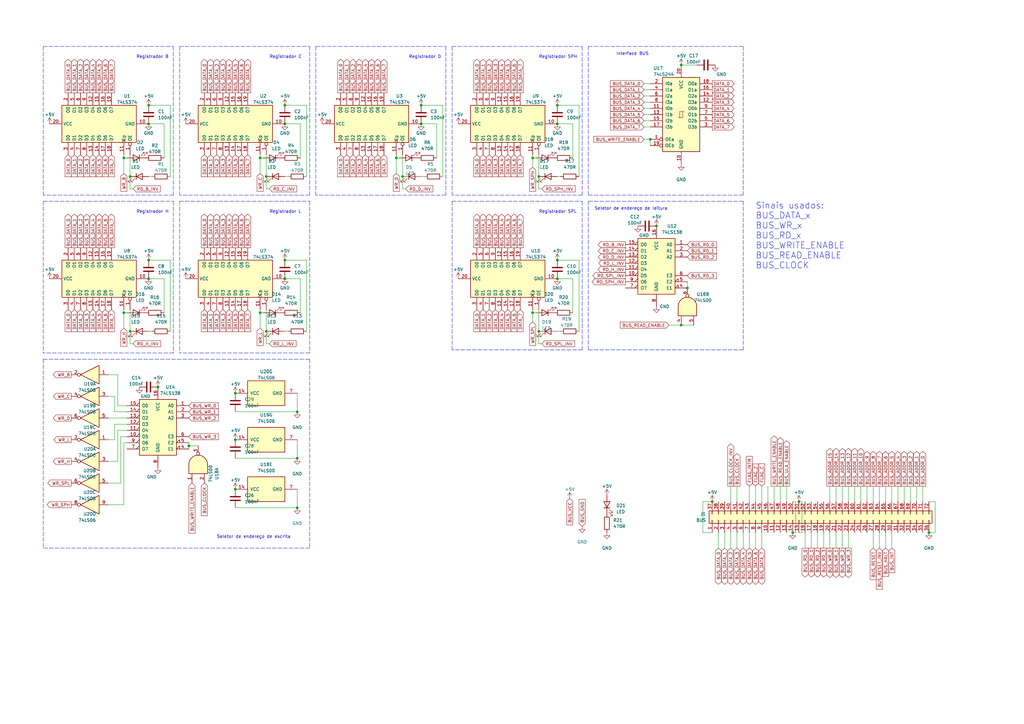
<source format=kicad_sch>
(kicad_sch (version 20211123) (generator eeschema)
  (paper "A3")
  (title_block (title "Placa de registradores") (date "2024-02-28") (rev "A"))
  (lib_symbols
    (symbol "74xx:74LS00" (pin_names (offset 1.016))
      (property "Reference" "U" (at 0 1.27 0))
      (property "Value" "74LS00" (at 0 -1.27 0))
      (symbol "74LS00_1_1"
        (pin input line (at -7.62 2.54 0) (length 3.81) (name "~") (number "1"))
        (pin input line (at -7.62 -2.54 0) (length 3.81) (name "~") (number "2"))
        (pin output inverted (at 7.62 0 180) (length 3.81) (name "~") (number "3"))
      )
      (symbol "74LS00_1_2"
        (pin input inverted (at -7.62 2.54 0) (length 4.318) (name "~") (number "1"))
        (pin input inverted (at -7.62 -2.54 0) (length 4.318) (name "~") (number "2"))
        (pin output line (at 7.62 0 180) (length 3.81) (name "~") (number "3"))
      )
      (symbol "74LS00_2_1"
        (pin input line (at -7.62 2.54 0) (length 3.81) (name "~") (number "4"))
        (pin input line (at -7.62 -2.54 0) (length 3.81) (name "~") (number "5"))
        (pin output inverted (at 7.62 0 180) (length 3.81) (name "~") (number "6"))
      )
      (symbol "74LS00_2_2"
        (pin input inverted (at -7.62 2.54 0) (length 4.318) (name "~") (number "4"))
        (pin input inverted (at -7.62 -2.54 0) (length 4.318) (name "~") (number "5"))
        (pin output line (at 7.62 0 180) (length 3.81) (name "~") (number "6"))
      )
      (symbol "74LS00_3_1"
        (pin input line (at -7.62 -2.54 0) (length 3.81) (name "~") (number "10"))
        (pin output inverted (at 7.62 0 180) (length 3.81) (name "~") (number "8"))
        (pin input line (at -7.62 2.54 0) (length 3.81) (name "~") (number "9"))
      )
      (symbol "74LS00_3_2"
        (pin input inverted (at -7.62 -2.54 0) (length 4.318) (name "~") (number "10"))
        (pin output line (at 7.62 0 180) (length 3.81) (name "~") (number "8"))
        (pin input inverted (at -7.62 2.54 0) (length 4.318) (name "~") (number "9"))
      )
      (symbol "74LS00_4_1"
        (pin output inverted (at 7.62 0 180) (length 3.81) (name "~") (number "11"))
        (pin input line (at -7.62 2.54 0) (length 3.81) (name "~") (number "12"))
        (pin input line (at -7.62 -2.54 0) (length 3.81) (name "~") (number "13"))
      )
      (symbol "74LS00_4_2"
        (pin output line (at 7.62 0 180) (length 3.81) (name "~") (number "11"))
        (pin input inverted (at -7.62 2.54 0) (length 4.318) (name "~") (number "12"))
        (pin input inverted (at -7.62 -2.54 0) (length 4.318) (name "~") (number "13"))
      )
      (symbol "74LS00_5_0"
        (pin power_in line (at 0 12.7 270) (length 5.08) (name "VCC") (number "14"))
        (pin power_in line (at 0 -12.7 90) (length 5.08) (name "GND") (number "7"))
      )
    )
    (symbol "74xx:74LS06" (pin_names (offset 1.016))
      (property "Reference" "U" (at 0 1.27 0))
      (property "Value" "74LS06" (at 0 -1.27 0))
      (symbol "74LS06_1_0"
        (pin input line (at -7.62 0 0) (length 3.81) (name "~") (number "1"))
        (pin open_collector inverted (at 7.62 0 180) (length 3.81) (name "~") (number "2"))
      )
      (symbol "74LS06_2_0"
        (pin input line (at -7.62 0 0) (length 3.81) (name "~") (number "3"))
        (pin open_collector inverted (at 7.62 0 180) (length 3.81) (name "~") (number "4"))
      )
      (symbol "74LS06_3_0"
        (pin input line (at -7.62 0 0) (length 3.81) (name "~") (number "5"))
        (pin open_collector inverted (at 7.62 0 180) (length 3.81) (name "~") (number "6"))
      )
      (symbol "74LS06_4_0"
        (pin open_collector inverted (at 7.62 0 180) (length 3.81) (name "~") (number "8"))
        (pin input line (at -7.62 0 0) (length 3.81) (name "~") (number "9"))
      )
      (symbol "74LS06_5_0"
        (pin open_collector inverted (at 7.62 0 180) (length 3.81) (name "~") (number "10"))
        (pin input line (at -7.62 0 0) (length 3.81) (name "~") (number "11"))
      )
      (symbol "74LS06_6_0"
        (pin open_collector inverted (at 7.62 0 180) (length 3.81) (name "~") (number "12"))
        (pin input line (at -7.62 0 0) (length 3.81) (name "~") (number "13"))
      )
      (symbol "74LS06_7_0"
        (pin power_in line (at 0 12.7 270) (length 5.08) (name "VCC") (number "14"))
        (pin power_in line (at 0 -12.7 90) (length 5.08) (name "GND") (number "7"))
      )
    )
    (symbol "74xx:74LS138" (pin_names (offset 1.016))
      (property "Reference" "U" (at -7.62 11.43 0))
      (property "Value" "74LS138" (at -7.62 -13.97 0))
      (symbol "74LS138_1_0"
        (pin input line (at -12.7 7.62 0) (length 5.08) (name "A0") (number "1"))
        (pin output output_low (at 12.7 -5.08 180) (length 5.08) (name "O5") (number "10"))
        (pin output output_low (at 12.7 -2.54 180) (length 5.08) (name "O4") (number "11"))
        (pin output output_low (at 12.7 0 180) (length 5.08) (name "O3") (number "12"))
        (pin output output_low (at 12.7 2.54 180) (length 5.08) (name "O2") (number "13"))
        (pin output output_low (at 12.7 5.08 180) (length 5.08) (name "O1") (number "14"))
        (pin output output_low (at 12.7 7.62 180) (length 5.08) (name "O0") (number "15"))
        (pin power_in line (at 0 15.24 270) (length 5.08) (name "VCC") (number "16"))
        (pin input line (at -12.7 5.08 0) (length 5.08) (name "A1") (number "2"))
        (pin input line (at -12.7 2.54 0) (length 5.08) (name "A2") (number "3"))
        (pin input input_low (at -12.7 -10.16 0) (length 5.08) (name "E1") (number "4"))
        (pin input input_low (at -12.7 -7.62 0) (length 5.08) (name "E2") (number "5"))
        (pin input line (at -12.7 -5.08 0) (length 5.08) (name "E3") (number "6"))
        (pin output output_low (at 12.7 -10.16 180) (length 5.08) (name "O7") (number "7"))
        (pin power_in line (at 0 -17.78 90) (length 5.08) (name "GND") (number "8"))
        (pin output output_low (at 12.7 -7.62 180) (length 5.08) (name "O6") (number "9"))
      )
    )
    (symbol "74xx:74LS244" (pin_names (offset 1.016))
      (property "Reference" "U" (at -7.62 16.51 0))
      (property "Value" "74LS244" (at -7.62 -16.51 0))
      (symbol "74LS244_1_0"
        (pin input inverted (at -12.7 -10.16 0) (length 5.08) (name "OEa") (number "1"))
        (pin power_in line (at 0 -20.32 90) (length 5.08) (name "GND") (number "10"))
        (pin input line (at -12.7 2.54 0) (length 5.08) (name "I0b") (number "11"))
        (pin tri_state line (at 12.7 5.08 180) (length 5.08) (name "O3a") (number "12"))
        (pin input line (at -12.7 0 0) (length 5.08) (name "I1b") (number "13"))
        (pin tri_state line (at 12.7 7.62 180) (length 5.08) (name "O2a") (number "14"))
        (pin input line (at -12.7 -2.54 0) (length 5.08) (name "I2b") (number "15"))
        (pin tri_state line (at 12.7 10.16 180) (length 5.08) (name "O1a") (number "16"))
        (pin input line (at -12.7 -5.08 0) (length 5.08) (name "I3b") (number "17"))
        (pin tri_state line (at 12.7 12.7 180) (length 5.08) (name "O0a") (number "18"))
        (pin input inverted (at -12.7 -12.7 0) (length 5.08) (name "OEb") (number "19"))
        (pin input line (at -12.7 12.7 0) (length 5.08) (name "I0a") (number "2"))
        (pin power_in line (at 0 20.32 270) (length 5.08) (name "VCC") (number "20"))
        (pin tri_state line (at 12.7 -5.08 180) (length 5.08) (name "O3b") (number "3"))
        (pin input line (at -12.7 10.16 0) (length 5.08) (name "I1a") (number "4"))
        (pin tri_state line (at 12.7 -2.54 180) (length 5.08) (name "O2b") (number "5"))
        (pin input line (at -12.7 7.62 0) (length 5.08) (name "I2a") (number "6"))
        (pin tri_state line (at 12.7 0 180) (length 5.08) (name "O1b") (number "7"))
        (pin input line (at -12.7 5.08 0) (length 5.08) (name "I3a") (number "8"))
        (pin tri_state line (at 12.7 2.54 180) (length 5.08) (name "O0b") (number "9"))
      )
    )
    (symbol "74xx:74LS374"
      (property "Reference" "U" (at -7.62 16.51 0))
      (property "Value" "74LS374" (at -7.62 -16.51 0))
      (symbol "74LS374_1_0"
        (pin input inverted (at -12.7 -12.7 0) (length 5.08) (name "OE") (number "1"))
        (pin power_in line (at 0 -20.32 90) (length 5.08) (name "GND") (number "10"))
        (pin input clock (at -12.7 -10.16 0) (length 5.08) (name "Cp") (number "11"))
        (pin tri_state line (at 12.7 2.54 180) (length 5.08) (name "O4") (number "12"))
        (pin input line (at -12.7 2.54 0) (length 5.08) (name "D4") (number "13"))
        (pin input line (at -12.7 0 0) (length 5.08) (name "D5") (number "14"))
        (pin tri_state line (at 12.7 0 180) (length 5.08) (name "O5") (number "15"))
        (pin tri_state line (at 12.7 -2.54 180) (length 5.08) (name "O6") (number "16"))
        (pin input line (at -12.7 -2.54 0) (length 5.08) (name "D6") (number "17"))
        (pin input line (at -12.7 -5.08 0) (length 5.08) (name "D7") (number "18"))
        (pin tri_state line (at 12.7 -5.08 180) (length 5.08) (name "O7") (number "19"))
        (pin tri_state line (at 12.7 12.7 180) (length 5.08) (name "O0") (number "2"))
        (pin power_in line (at 0 20.32 270) (length 5.08) (name "VCC") (number "20"))
        (pin input line (at -12.7 12.7 0) (length 5.08) (name "D0") (number "3"))
        (pin input line (at -12.7 10.16 0) (length 5.08) (name "D1") (number "4"))
        (pin tri_state line (at 12.7 10.16 180) (length 5.08) (name "O1") (number "5"))
        (pin tri_state line (at 12.7 7.62 180) (length 5.08) (name "O2") (number "6"))
        (pin input line (at -12.7 7.62 0) (length 5.08) (name "D2") (number "7"))
        (pin input line (at -12.7 5.08 0) (length 5.08) (name "D3") (number "8"))
        (pin tri_state line (at 12.7 5.08 180) (length 5.08) (name "O3") (number "9"))
      )
    )
    (symbol "Connector_Generic:Conn_02x36_Top_Bottom" (pin_names (offset 1.016) hide)
      (property "Reference" "J" (at 1.27 45.72 0))
      (property "Value" "Conn_02x36_Top_Bottom" (at 1.27 -48.26 0))
      (symbol "Conn_02x36_Top_Bottom_1_1"
        (pin passive line (at -5.08 43.18 0) (length 3.81) (name "Pin_1") (number "1"))
        (pin passive line (at -5.08 20.32 0) (length 3.81) (name "Pin_10") (number "10"))
        (pin passive line (at -5.08 17.78 0) (length 3.81) (name "Pin_11") (number "11"))
        (pin passive line (at -5.08 15.24 0) (length 3.81) (name "Pin_12") (number "12"))
        (pin passive line (at -5.08 12.7 0) (length 3.81) (name "Pin_13") (number "13"))
        (pin passive line (at -5.08 10.16 0) (length 3.81) (name "Pin_14") (number "14"))
        (pin passive line (at -5.08 7.62 0) (length 3.81) (name "Pin_15") (number "15"))
        (pin passive line (at -5.08 5.08 0) (length 3.81) (name "Pin_16") (number "16"))
        (pin passive line (at -5.08 2.54 0) (length 3.81) (name "Pin_17") (number "17"))
        (pin passive line (at -5.08 0 0) (length 3.81) (name "Pin_18") (number "18"))
        (pin passive line (at -5.08 -2.54 0) (length 3.81) (name "Pin_19") (number "19"))
        (pin passive line (at -5.08 40.64 0) (length 3.81) (name "Pin_2") (number "2"))
        (pin passive line (at -5.08 -5.08 0) (length 3.81) (name "Pin_20") (number "20"))
        (pin passive line (at -5.08 -7.62 0) (length 3.81) (name "Pin_21") (number "21"))
        (pin passive line (at -5.08 -10.16 0) (length 3.81) (name "Pin_22") (number "22"))
        (pin passive line (at -5.08 -12.7 0) (length 3.81) (name "Pin_23") (number "23"))
        (pin passive line (at -5.08 -15.24 0) (length 3.81) (name "Pin_24") (number "24"))
        (pin passive line (at -5.08 -17.78 0) (length 3.81) (name "Pin_25") (number "25"))
        (pin passive line (at -5.08 -20.32 0) (length 3.81) (name "Pin_26") (number "26"))
        (pin passive line (at -5.08 -22.86 0) (length 3.81) (name "Pin_27") (number "27"))
        (pin passive line (at -5.08 -25.4 0) (length 3.81) (name "Pin_28") (number "28"))
        (pin passive line (at -5.08 -27.94 0) (length 3.81) (name "Pin_29") (number "29"))
        (pin passive line (at -5.08 38.1 0) (length 3.81) (name "Pin_3") (number "3"))
        (pin passive line (at -5.08 -30.48 0) (length 3.81) (name "Pin_30") (number "30"))
        (pin passive line (at -5.08 -33.02 0) (length 3.81) (name "Pin_31") (number "31"))
        (pin passive line (at -5.08 -35.56 0) (length 3.81) (name "Pin_32") (number "32"))
        (pin passive line (at -5.08 -38.1 0) (length 3.81) (name "Pin_33") (number "33"))
        (pin passive line (at -5.08 -40.64 0) (length 3.81) (name "Pin_34") (number "34"))
        (pin passive line (at -5.08 -43.18 0) (length 3.81) (name "Pin_35") (number "35"))
        (pin passive line (at -5.08 -45.72 0) (length 3.81) (name "Pin_36") (number "36"))
        (pin passive line (at 7.62 43.18 180) (length 3.81) (name "Pin_37") (number "37"))
        (pin passive line (at 7.62 40.64 180) (length 3.81) (name "Pin_38") (number "38"))
        (pin passive line (at 7.62 38.1 180) (length 3.81) (name "Pin_39") (number "39"))
        (pin passive line (at -5.08 35.56 0) (length 3.81) (name "Pin_4") (number "4"))
        (pin passive line (at 7.62 35.56 180) (length 3.81) (name "Pin_40") (number "40"))
        (pin passive line (at 7.62 33.02 180) (length 3.81) (name "Pin_41") (number "41"))
        (pin passive line (at 7.62 30.48 180) (length 3.81) (name "Pin_42") (number "42"))
        (pin passive line (at 7.62 27.94 180) (length 3.81) (name "Pin_43") (number "43"))
        (pin passive line (at 7.62 25.4 180) (length 3.81) (name "Pin_44") (number "44"))
        (pin passive line (at 7.62 22.86 180) (length 3.81) (name "Pin_45") (number "45"))
        (pin passive line (at 7.62 20.32 180) (length 3.81) (name "Pin_46") (number "46"))
        (pin passive line (at 7.62 17.78 180) (length 3.81) (name "Pin_47") (number "47"))
        (pin passive line (at 7.62 15.24 180) (length 3.81) (name "Pin_48") (number "48"))
        (pin passive line (at 7.62 12.7 180) (length 3.81) (name "Pin_49") (number "49"))
        (pin passive line (at -5.08 33.02 0) (length 3.81) (name "Pin_5") (number "5"))
        (pin passive line (at 7.62 10.16 180) (length 3.81) (name "Pin_50") (number "50"))
        (pin passive line (at 7.62 7.62 180) (length 3.81) (name "Pin_51") (number "51"))
        (pin passive line (at 7.62 5.08 180) (length 3.81) (name "Pin_52") (number "52"))
        (pin passive line (at 7.62 2.54 180) (length 3.81) (name "Pin_53") (number "53"))
        (pin passive line (at 7.62 0 180) (length 3.81) (name "Pin_54") (number "54"))
        (pin passive line (at 7.62 -2.54 180) (length 3.81) (name "Pin_55") (number "55"))
        (pin passive line (at 7.62 -5.08 180) (length 3.81) (name "Pin_56") (number "56"))
        (pin passive line (at 7.62 -7.62 180) (length 3.81) (name "Pin_57") (number "57"))
        (pin passive line (at 7.62 -10.16 180) (length 3.81) (name "Pin_58") (number "58"))
        (pin passive line (at 7.62 -12.7 180) (length 3.81) (name "Pin_59") (number "59"))
        (pin passive line (at -5.08 30.48 0) (length 3.81) (name "Pin_6") (number "6"))
        (pin passive line (at 7.62 -15.24 180) (length 3.81) (name "Pin_60") (number "60"))
        (pin passive line (at 7.62 -17.78 180) (length 3.81) (name "Pin_61") (number "61"))
        (pin passive line (at 7.62 -20.32 180) (length 3.81) (name "Pin_62") (number "62"))
        (pin passive line (at 7.62 -22.86 180) (length 3.81) (name "Pin_63") (number "63"))
        (pin passive line (at 7.62 -25.4 180) (length 3.81) (name "Pin_64") (number "64"))
        (pin passive line (at 7.62 -27.94 180) (length 3.81) (name "Pin_65") (number "65"))
        (pin passive line (at 7.62 -30.48 180) (length 3.81) (name "Pin_66") (number "66"))
        (pin passive line (at 7.62 -33.02 180) (length 3.81) (name "Pin_67") (number "67"))
        (pin passive line (at 7.62 -35.56 180) (length 3.81) (name "Pin_68") (number "68"))
        (pin passive line (at 7.62 -38.1 180) (length 3.81) (name "Pin_69") (number "69"))
        (pin passive line (at -5.08 27.94 0) (length 3.81) (name "Pin_7") (number "7"))
        (pin passive line (at 7.62 -40.64 180) (length 3.81) (name "Pin_70") (number "70"))
        (pin passive line (at 7.62 -43.18 180) (length 3.81) (name "Pin_71") (number "71"))
        (pin passive line (at 7.62 -45.72 180) (length 3.81) (name "Pin_72") (number "72"))
        (pin passive line (at -5.08 25.4 0) (length 3.81) (name "Pin_8") (number "8"))
        (pin passive line (at -5.08 22.86 0) (length 3.81) (name "Pin_9") (number "9"))
      )
    )
    (symbol "Device:C" (pin_numbers hide) (pin_names (offset 0.254))
      (property "Reference" "C" (at 0.635 2.54 0))
      (property "Value" "C" (at 0.635 -2.54 0))
      (symbol "C_1_1"
        (pin passive line (at 0 3.81 270) (length 2.794) (name "~") (number "1"))
        (pin passive line (at 0 -3.81 90) (length 2.794) (name "~") (number "2"))
      )
    )
    (symbol "Device:LED" (pin_numbers hide) (pin_names (offset 1.016) hide)
      (property "Reference" "D" (at 0 2.54 0))
      (property "Value" "LED" (at 0 -2.54 0))
      (symbol "LED_1_1"
        (pin passive line (at -3.81 0 0) (length 2.54) (name "K") (number "1"))
        (pin passive line (at 3.81 0 180) (length 2.54) (name "A") (number "2"))
      )
    )
    (symbol "Device:R" (pin_numbers hide) (pin_names (offset 0))
      (property "Reference" "R" (at 2.032 0 90))
      (property "Value" "R" (at 0 0 90))
      (symbol "R_1_1"
        (pin passive line (at 0 3.81 270) (length 1.27) (name "~") (number "1"))
        (pin passive line (at 0 -3.81 90) (length 1.27) (name "~") (number "2"))
      )
    )
    (symbol "power:+5V" (power) (pin_names (offset 0))
      (property "Value" "+5V" (at 0 3.556 0))
      (symbol "+5V_1_1"
        (pin power_in line (at 0 0 90) (length 0) hide (name "+5V") (number "1"))
      )
    )
    (symbol "power:GND" (power) (pin_names (offset 0))
      (property "Value" "GND" (at 0 -3.81 0))
      (symbol "GND_1_1"
        (pin power_in line (at 0 0 270) (length 0) hide (name "GND") (number "1"))
      )
    )
  )
  (junction (at 106.68 128.27))
  (junction (at 64.77 158.75))
  (junction (at 327.66 205.74))
  (junction (at 77.47 182.88))
  (junction (at 228.6 43.18))
  (junction (at 96.52 200.66))
  (junction (at 109.22 72.39))
  (junction (at 172.72 50.8))
  (junction (at 116.84 114.3))
  (junction (at 281.94 118.11))
  (junction (at 60.96 43.18))
  (junction (at 96.52 161.29))
  (junction (at 325.12 218.44))
  (junction (at 50.8 64.77))
  (junction (at 60.96 114.3))
  (junction (at 121.92 187.96))
  (junction (at 228.6 114.3))
  (junction (at 220.98 72.39))
  (junction (at 116.84 43.18))
  (junction (at 50.8 128.27))
  (junction (at 53.34 135.89))
  (junction (at 381 218.44))
  (junction (at 116.84 50.8))
  (junction (at 121.92 208.28))
  (junction (at 109.22 135.89))
  (junction (at 269.24 92.71))
  (junction (at 162.56 64.77))
  (junction (at 228.6 50.8))
  (junction (at 266.7 57.15))
  (junction (at 279.4 26.67))
  (junction (at 106.68 64.77))
  (junction (at 116.84 106.68))
  (junction (at 121.92 168.91))
  (junction (at 96.52 180.34))
  (junction (at 220.98 135.89))
  (junction (at 60.96 50.8))
  (junction (at 218.44 128.27))
  (junction (at 172.72 43.18))
  (junction (at 228.6 106.68))
  (junction (at 53.34 72.39))
  (junction (at 165.1 72.39))
  (junction (at 292.1 205.74))
  (junction (at 60.96 106.68))
  (junction (at 218.44 64.77))
  (junction (at 279.4 133.35))
  (wire (pts (xy 50.8 64.77) (xy 52.07 64.77)))
  (wire (pts (xy 237.49 106.68) (xy 237.49 135.89)))
  (wire (pts (xy 264.16 39.37) (xy 266.7 39.37)))
  (wire (pts (xy 67.31 64.77) (xy 67.31 50.8)))
  (wire (pts (xy 48.26 166.37) (xy 52.07 166.37)))
  (wire (pts (xy 218.44 64.77) (xy 218.44 68.58)))
  (wire (pts (xy 53.34 135.89) (xy 53.34 140.97)))
  (wire (pts (xy 106.68 128.27) (xy 106.68 134.62)))
  (wire (pts (xy 44.45 171.45) (xy 52.07 171.45)))
  (polyline (pts (xy 71.12 144.78) (xy 17.78 144.78)))
  (wire (pts (xy 118.11 72.39) (xy 116.84 72.39)))
  (wire (pts (xy 69.85 43.18) (xy 69.85 72.39)))
  (wire (pts (xy 229.87 135.89) (xy 228.6 135.89)))
  (wire (pts (xy 228.6 106.68) (xy 237.49 106.68)))
  (polyline (pts (xy 127 80.01) (xy 73.66 80.01)))
  (wire (pts (xy 299.72 218.44) (xy 299.72 224.79)))
  (wire (pts (xy 234.95 114.3) (xy 228.6 114.3)))
  (wire (pts (xy 264.16 44.45) (xy 266.7 44.45)))
  (wire (pts (xy 363.22 218.44) (xy 363.22 224.79)))
  (polyline (pts (xy 71.12 19.05) (xy 71.12 80.01)))
  (wire (pts (xy 116.84 43.18) (xy 125.73 43.18)))
  (wire (pts (xy 345.44 199.39) (xy 345.44 205.74)))
  (polyline (pts (xy 17.78 82.55) (xy 71.12 82.55)))
  (wire (pts (xy 326.39 218.44) (xy 325.12 218.44)))
  (wire (pts (xy 297.18 218.44) (xy 297.18 224.79)))
  (wire (pts (xy 69.85 106.68) (xy 69.85 135.89)))
  (wire (pts (xy 50.8 63.5) (xy 50.8 64.77)))
  (polyline (pts (xy 17.78 19.05) (xy 17.78 80.01)))
  (wire (pts (xy 363.22 199.39) (xy 363.22 205.74)))
  (wire (pts (xy 62.23 135.89) (xy 60.96 135.89)))
  (wire (pts (xy 264.16 36.83) (xy 266.7 36.83)))
  (wire (pts (xy 162.56 64.77) (xy 162.56 71.12)))
  (wire (pts (xy 50.8 64.77) (xy 50.8 71.12)))
  (wire (pts (xy 340.36 199.39) (xy 340.36 205.74)))
  (wire (pts (xy 234.95 114.3) (xy 234.95 128.27)))
  (wire (pts (xy 121.92 180.34) (xy 121.92 187.96)))
  (wire (pts (xy 52.07 176.53) (xy 48.26 176.53)))
  (wire (pts (xy 229.87 72.39) (xy 228.6 72.39)))
  (wire (pts (xy 218.44 63.5) (xy 218.44 64.77)))
  (wire (pts (xy 317.5 199.39) (xy 317.5 205.74)))
  (wire (pts (xy 304.8 218.44) (xy 304.8 224.79)))
  (wire (pts (xy 53.34 127) (xy 53.34 135.89)))
  (wire (pts (xy 312.42 218.44) (xy 312.42 224.79)))
  (wire (pts (xy 118.11 135.89) (xy 116.84 135.89)))
  (wire (pts (xy 337.82 218.44) (xy 337.82 224.79)))
  (wire (pts (xy 46.99 162.56) (xy 44.45 162.56)))
  (wire (pts (xy 332.74 218.44) (xy 332.74 224.79)))
  (wire (pts (xy 222.25 77.47) (xy 220.98 77.47)))
  (wire (pts (xy 218.44 128.27) (xy 219.71 128.27)))
  (polyline (pts (xy 73.66 82.55) (xy 127 82.55)))
  (polyline (pts (xy 304.8 19.05) (xy 304.8 80.01)))
  (wire (pts (xy 325.12 205.74) (xy 326.39 205.74)))
  (wire (pts (xy 302.26 199.39) (xy 302.26 205.74)))
  (wire (pts (xy 342.9 199.39) (xy 342.9 205.74)))
  (wire (pts (xy 110.49 140.97) (xy 109.22 140.97)))
  (polyline (pts (xy 127 19.05) (xy 127 80.01)))
  (wire (pts (xy 106.68 63.5) (xy 106.68 64.77)))
  (polyline (pts (xy 185.42 82.55) (xy 238.76 82.55)))
  (wire (pts (xy 52.07 179.07) (xy 49.53 179.07)))
  (wire (pts (xy 123.19 114.3) (xy 123.19 128.27)))
  (wire (pts (xy 106.68 127) (xy 106.68 128.27)))
  (wire (pts (xy 234.95 50.8) (xy 234.95 64.77)))
  (wire (pts (xy 60.96 106.68) (xy 69.85 106.68)))
  (wire (pts (xy 320.04 199.39) (xy 320.04 205.74)))
  (wire (pts (xy 48.26 189.23) (xy 44.45 189.23)))
  (wire (pts (xy 165.1 63.5) (xy 165.1 72.39)))
  (wire (pts (xy 340.36 218.44) (xy 340.36 224.79)))
  (polyline (pts (xy 304.8 143.51) (xy 241.3 143.51)))
  (wire (pts (xy 67.31 50.8) (xy 60.96 50.8)))
  (wire (pts (xy 220.98 135.89) (xy 220.98 140.97)))
  (wire (pts (xy 109.22 135.89) (xy 109.22 140.97)))
  (wire (pts (xy 307.34 199.39) (xy 307.34 205.74)))
  (wire (pts (xy 46.99 180.34) (xy 44.45 180.34)))
  (polyline (pts (xy 241.3 19.05) (xy 304.8 19.05)))
  (wire (pts (xy 302.26 218.44) (xy 302.26 224.79)))
  (wire (pts (xy 218.44 127) (xy 218.44 128.27)))
  (wire (pts (xy 383.54 218.44) (xy 381 218.44)))
  (wire (pts (xy 116.84 106.68) (xy 125.73 106.68)))
  (wire (pts (xy 109.22 127) (xy 109.22 135.89)))
  (polyline (pts (xy 17.78 82.55) (xy 17.78 144.78)))
  (wire (pts (xy 228.6 43.18) (xy 237.49 43.18)))
  (wire (pts (xy 218.44 128.27) (xy 218.44 132.08)))
  (polyline (pts (xy 127 224.79) (xy 17.78 224.79)))
  (polyline (pts (xy 127 82.55) (xy 127 144.78)))
  (wire (pts (xy 360.68 218.44) (xy 360.68 224.79)))
  (wire (pts (xy 123.19 50.8) (xy 123.19 64.77)))
  (wire (pts (xy 179.07 50.8) (xy 179.07 64.77)))
  (wire (pts (xy 299.72 199.39) (xy 299.72 205.74)))
  (wire (pts (xy 166.37 77.47) (xy 165.1 77.47)))
  (wire (pts (xy 342.9 218.44) (xy 342.9 224.79)))
  (wire (pts (xy 358.14 218.44) (xy 358.14 224.79)))
  (wire (pts (xy 373.38 199.39) (xy 373.38 205.74)))
  (polyline (pts (xy 238.76 82.55) (xy 238.76 143.51)))
  (wire (pts (xy 125.73 135.89) (xy 125.73 106.68)))
  (polyline (pts (xy 73.66 19.05) (xy 127 19.05)))
  (wire (pts (xy 335.28 218.44) (xy 335.28 224.79)))
  (wire (pts (xy 312.42 199.39) (xy 312.42 205.74)))
  (wire (pts (xy 365.76 218.44) (xy 365.76 224.79)))
  (polyline (pts (xy 185.42 19.05) (xy 238.76 19.05)))
  (wire (pts (xy 307.34 218.44) (xy 307.34 224.79)))
  (wire (pts (xy 218.44 64.77) (xy 219.71 64.77)))
  (wire (pts (xy 48.26 153.67) (xy 44.45 153.67)))
  (wire (pts (xy 165.1 72.39) (xy 165.1 77.47)))
  (wire (pts (xy 350.52 199.39) (xy 350.52 205.74)))
  (polyline (pts (xy 238.76 19.05) (xy 238.76 80.01)))
  (polyline (pts (xy 71.12 80.01) (xy 17.78 80.01)))
  (wire (pts (xy 220.98 63.5) (xy 220.98 72.39)))
  (wire (pts (xy 121.92 200.66) (xy 121.92 208.28)))
  (wire (pts (xy 222.25 140.97) (xy 220.98 140.97)))
  (wire (pts (xy 237.49 72.39) (xy 237.49 43.18)))
  (wire (pts (xy 326.39 205.74) (xy 326.39 218.44)))
  (wire (pts (xy 264.16 41.91) (xy 266.7 41.91)))
  (wire (pts (xy 173.99 72.39) (xy 172.72 72.39)))
  (wire (pts (xy 264.16 49.53) (xy 266.7 49.53)))
  (wire (pts (xy 46.99 173.99) (xy 46.99 180.34)))
  (wire (pts (xy 220.98 72.39) (xy 220.98 77.47)))
  (wire (pts (xy 50.8 181.61) (xy 50.8 207.01)))
  (polyline (pts (xy 73.66 19.05) (xy 73.66 80.01)))
  (wire (pts (xy 266.7 57.15) (xy 266.7 59.69)))
  (polyline (pts (xy 127 144.78) (xy 73.66 144.78)))
  (polyline (pts (xy 129.54 19.05) (xy 182.88 19.05)))
  (wire (pts (xy 381 205.74) (xy 383.54 205.74)))
  (wire (pts (xy 375.92 199.39) (xy 375.92 205.74)))
  (wire (pts (xy 162.56 63.5) (xy 162.56 64.77)))
  (wire (pts (xy 67.31 114.3) (xy 60.96 114.3)))
  (wire (pts (xy 328.93 218.44) (xy 328.93 205.74)))
  (wire (pts (xy 162.56 64.77) (xy 163.83 64.77)))
  (wire (pts (xy 49.53 198.12) (xy 44.45 198.12)))
  (wire (pts (xy 49.53 179.07) (xy 49.53 198.12)))
  (wire (pts (xy 81.28 182.88) (xy 77.47 182.88)))
  (wire (pts (xy 54.61 77.47) (xy 53.34 77.47)))
  (wire (pts (xy 281.94 115.57) (xy 281.94 118.11)))
  (wire (pts (xy 48.26 166.37) (xy 48.26 153.67)))
  (polyline (pts (xy 182.88 19.05) (xy 182.88 80.01)))
  (wire (pts (xy 355.6 199.39) (xy 355.6 205.74)))
  (wire (pts (xy 345.44 218.44) (xy 345.44 224.79)))
  (polyline (pts (xy 129.54 19.05) (xy 129.54 80.01)))
  (polyline (pts (xy 17.78 19.05) (xy 71.12 19.05)))
  (wire (pts (xy 264.16 57.15) (xy 266.7 57.15)))
  (wire (pts (xy 292.1 218.44) (xy 288.29 218.44)))
  (wire (pts (xy 53.34 63.5) (xy 53.34 72.39)))
  (wire (pts (xy 353.06 199.39) (xy 353.06 205.74)))
  (wire (pts (xy 309.88 218.44) (xy 309.88 224.79)))
  (wire (pts (xy 77.47 181.61) (xy 77.47 182.88)))
  (wire (pts (xy 60.96 43.18) (xy 69.85 43.18)))
  (wire (pts (xy 288.29 205.74) (xy 292.1 205.74)))
  (polyline (pts (xy 71.12 82.55) (xy 71.12 144.78)))
  (polyline (pts (xy 304.8 82.55) (xy 304.8 143.51)))
  (wire (pts (xy 360.68 199.39) (xy 360.68 205.74)))
  (wire (pts (xy 106.68 64.77) (xy 107.95 64.77)))
  (wire (pts (xy 328.93 205.74) (xy 327.66 205.74)))
  (wire (pts (xy 109.22 72.39) (xy 109.22 77.47)))
  (wire (pts (xy 322.58 199.39) (xy 322.58 205.74)))
  (wire (pts (xy 53.34 72.39) (xy 53.34 77.47)))
  (wire (pts (xy 52.07 181.61) (xy 50.8 181.61)))
  (wire (pts (xy 220.98 127) (xy 220.98 135.89)))
  (wire (pts (xy 378.46 199.39) (xy 378.46 205.74)))
  (wire (pts (xy 279.4 133.35) (xy 284.48 133.35)))
  (wire (pts (xy 106.68 128.27) (xy 107.95 128.27)))
  (wire (pts (xy 179.07 50.8) (xy 172.72 50.8)))
  (wire (pts (xy 347.98 218.44) (xy 347.98 224.79)))
  (wire (pts (xy 125.73 72.39) (xy 125.73 43.18)))
  (wire (pts (xy 309.88 199.39) (xy 309.88 205.74)))
  (polyline (pts (xy 185.42 82.55) (xy 185.42 143.51)))
  (wire (pts (xy 327.66 218.44) (xy 328.93 218.44)))
  (wire (pts (xy 116.84 114.3) (xy 123.19 114.3)))
  (wire (pts (xy 50.8 127) (xy 50.8 128.27)))
  (polyline (pts (xy 182.88 80.01) (xy 129.54 80.01)))
  (wire (pts (xy 264.16 34.29) (xy 266.7 34.29)))
  (wire (pts (xy 314.96 199.39) (xy 314.96 205.74)))
  (wire (pts (xy 368.3 199.39) (xy 368.3 205.74)))
  (wire (pts (xy 48.26 176.53) (xy 48.26 189.23)))
  (polyline (pts (xy 73.66 82.55) (xy 73.66 144.78)))
  (wire (pts (xy 50.8 128.27) (xy 52.07 128.27)))
  (wire (pts (xy 279.4 133.35) (xy 274.32 133.35)))
  (wire (pts (xy 172.72 43.18) (xy 181.61 43.18)))
  (wire (pts (xy 109.22 63.5) (xy 109.22 72.39)))
  (polyline (pts (xy 241.3 80.01) (xy 241.3 19.05)))
  (wire (pts (xy 46.99 168.91) (xy 46.99 162.56)))
  (wire (pts (xy 228.6 50.8) (xy 234.95 50.8)))
  (wire (pts (xy 264.16 52.07) (xy 266.7 52.07)))
  (polyline (pts (xy 127 147.32) (xy 127 224.79)))
  (wire (pts (xy 46.99 168.91) (xy 52.07 168.91)))
  (wire (pts (xy 330.2 218.44) (xy 330.2 224.79)))
  (wire (pts (xy 358.14 199.39) (xy 358.14 205.74)))
  (wire (pts (xy 288.29 218.44) (xy 288.29 205.74)))
  (wire (pts (xy 347.98 199.39) (xy 347.98 205.74)))
  (wire (pts (xy 77.47 182.88) (xy 77.47 184.15)))
  (wire (pts (xy 365.76 199.39) (xy 365.76 205.74)))
  (wire (pts (xy 54.61 140.97) (xy 53.34 140.97)))
  (wire (pts (xy 383.54 205.74) (xy 383.54 218.44)))
  (wire (pts (xy 96.52 168.91) (xy 121.92 168.91)))
  (polyline (pts (xy 17.78 147.32) (xy 127 147.32)))
  (polyline (pts (xy 304.8 82.55) (xy 241.3 82.55)))
  (wire (pts (xy 50.8 207.01) (xy 44.45 207.01)))
  (wire (pts (xy 62.23 72.39) (xy 60.96 72.39)))
  (wire (pts (xy 52.07 173.99) (xy 46.99 173.99)))
  (polyline (pts (xy 238.76 80.01) (xy 185.42 80.01)))
  (wire (pts (xy 121.92 168.91) (xy 121.92 161.29)))
  (wire (pts (xy 116.84 50.8) (xy 123.19 50.8)))
  (wire (pts (xy 264.16 46.99) (xy 266.7 46.99)))
  (wire (pts (xy 96.52 187.96) (xy 121.92 187.96)))
  (wire (pts (xy 110.49 77.47) (xy 109.22 77.47)))
  (wire (pts (xy 50.8 128.27) (xy 50.8 134.62)))
  (wire (pts (xy 370.84 199.39) (xy 370.84 205.74)))
  (wire (pts (xy 67.31 128.27) (xy 67.31 114.3)))
  (wire (pts (xy 106.68 64.77) (xy 106.68 71.12)))
  (polyline (pts (xy 241.3 143.51) (xy 241.3 82.55)))
  (wire (pts (xy 181.61 43.18) (xy 181.61 72.39)))
  (polyline (pts (xy 17.78 147.32) (xy 17.78 224.79)))
  (wire (pts (xy 96.52 208.28) (xy 121.92 208.28)))
  (polyline (pts (xy 304.8 80.01) (xy 241.3 80.01)))
  (wire (pts (xy 279.4 26.67) (xy 285.75 26.67)))
  (polyline (pts (xy 238.76 143.51) (xy 185.42 143.51)))
  (polyline (pts (xy 185.42 19.05) (xy 185.42 80.01)))
  (wire (pts (xy 294.64 218.44) (xy 294.64 224.79)))
  (text "Sinais usados:\nBUS_DATA_x\nBUS_WR_x\nBUS_RD_x\nBUS_WRITE_ENABLE\nBUS_READ_ENABLE\nBUS_CLOCK" (at 309.88 110.49 0) (effects (font (size 2.54 2.54)) (justify left bottom)))
  (text "Registrador L" (at 110.49 87.63 0) (effects (font (size 1.27 1.27)) (justify left bottom)))
  (text "Seletor de endereço de leitura" (at 243.84 86.36 0) (effects (font (size 1.27 1.27)) (justify left bottom)))
  (text "Seletor de endereço de escrita" (at 88.9 220.98 0) (effects (font (size 1.27 1.27)) (justify left bottom)))
  (text "Interface BUS" (at 252.73 22.86 0) (effects (font (size 1.27 1.27)) (justify left bottom)))
  (text "Registrador D" (at 167.64 24.13 0) (effects (font (size 1.27 1.27)) (justify left bottom)))
  (text "Registrador H" (at 55.88 87.63 0) (effects (font (size 1.27 1.27)) (justify left bottom)))
  (text "Registrador B" (at 55.88 24.13 0) (effects (font (size 1.27 1.27)) (justify left bottom)))
  (text "Registrador C" (at 110.49 24.13 0) (effects (font (size 1.27 1.27)) (justify left bottom)))
  (text "Registrador SPH" (at 220.98 24.13 0) (effects (font (size 1.27 1.27)) (justify left bottom)))
  (text "Registrador SPL" (at 220.98 87.63 0) (effects (font (size 1.27 1.27)) (justify left bottom)))
  (global_label "DATA_3" (shape input) (at 203.2 127 270) (property "Intersheet References" "${INTERSHEET_REFS}" (effects hide)))
  (global_label "DATA_5" (shape input) (at 96.52 63.5 270) (property "Intersheet References" "${INTERSHEET_REFS}" (effects hide)))
  (global_label "WR_SPL" (shape input) (at 218.44 132.08 270) (property "Intersheet References" "${INTERSHEET_REFS}" (effects hide)))
  (global_label "BUS_DATA_5" (shape output) (at 40.64 38.1 90) (property "Intersheet References" "${INTERSHEET_REFS}" (effects hide)))
  (global_label "BUS_DATA_6" (shape output) (at 210.82 38.1 90) (property "Intersheet References" "${INTERSHEET_REFS}" (effects hide)))
  (global_label "DATA_0" (shape input) (at 27.94 63.5 270) (property "Intersheet References" "${INTERSHEET_REFS}" (effects hide)))
  (global_label "DATA_3" (shape input) (at 35.56 127 270) (property "Intersheet References" "${INTERSHEET_REFS}" (effects hide)))
  (global_label "BUS_DATA_3" (shape output) (at 91.44 101.6 90) (property "Intersheet References" "${INTERSHEET_REFS}" (effects hide)))
  (global_label "BUS_RD_3" (shape input) (at 281.94 113.03 0) (property "Intersheet References" "${INTERSHEET_REFS}" (effects hide)))
  (global_label "BUS_WRITE_ENABLE" (shape input) (at 78.74 198.12 270) (property "Intersheet References" "${INTERSHEET_REFS}" (effects hide)))
  (global_label "RD_L_INV" (shape input) (at 110.49 140.97 0) (property "Intersheet References" "${INTERSHEET_REFS}" (effects hide)))
  (global_label "BUS_DATA_3" (shape output) (at 203.2 101.6 90) (property "Intersheet References" "${INTERSHEET_REFS}" (effects hide)))
  (global_label "DATA_2" (shape output) (at 292.1 39.37 0) (property "Intersheet References" "${INTERSHEET_REFS}" (effects hide)))
  (global_label "DATA_0" (shape input) (at 195.58 127 270) (property "Intersheet References" "${INTERSHEET_REFS}" (effects hide)))
  (global_label "DATA_6" (shape input) (at 43.18 63.5 270) (property "Intersheet References" "${INTERSHEET_REFS}" (effects hide)))
  (global_label "BUS_DATA_6" (shape bidirectional) (at 309.88 224.79 270) (property "Intersheet References" "${INTERSHEET_REFS}" (effects hide)))
  (global_label "BUS_DATA_0" (shape output) (at 27.94 101.6 90) (property "Intersheet References" "${INTERSHEET_REFS}" (effects hide)))
  (global_label "BUS_ADDR_7" (shape output) (at 360.68 199.39 90) (property "Intersheet References" "${INTERSHEET_REFS}" (effects hide)))
  (global_label "BUS_DATA_7" (shape output) (at 101.6 38.1 90) (property "Intersheet References" "${INTERSHEET_REFS}" (effects hide)))
  (global_label "BUS_DATA_2" (shape output) (at 88.9 101.6 90) (property "Intersheet References" "${INTERSHEET_REFS}" (effects hide)))
  (global_label "DATA_3" (shape input) (at 91.44 127 270) (property "Intersheet References" "${INTERSHEET_REFS}" (effects hide)))
  (global_label "BUS_DATA_4" (shape output) (at 93.98 38.1 90) (property "Intersheet References" "${INTERSHEET_REFS}" (effects hide)))
  (global_label "BUS_ADDR_12" (shape output) (at 347.98 199.39 90) (property "Intersheet References" "${INTERSHEET_REFS}" (effects hide)))
  (global_label "RD_H_INV" (shape input) (at 54.61 140.97 0) (property "Intersheet References" "${INTERSHEET_REFS}" (effects hide)))
  (global_label "BUS_DATA_7" (shape output) (at 213.36 38.1 90) (property "Intersheet References" "${INTERSHEET_REFS}" (effects hide)))
  (global_label "DATA_1" (shape output) (at 292.1 36.83 0) (property "Intersheet References" "${INTERSHEET_REFS}" (effects hide)))
  (global_label "RD_SPL_INV" (shape input) (at 222.25 140.97 0) (property "Intersheet References" "${INTERSHEET_REFS}" (effects hide)))
  (global_label "DATA_7" (shape input) (at 213.36 63.5 270) (property "Intersheet References" "${INTERSHEET_REFS}" (effects hide)))
  (global_label "BUS_RESET_INV" (shape input) (at 360.68 224.79 270) (property "Intersheet References" "${INTERSHEET_REFS}" (effects hide)))
  (global_label "RD_C_INV" (shape input) (at 110.49 77.47 0) (property "Intersheet References" "${INTERSHEET_REFS}" (effects hide)))
  (global_label "BUS_RD_1" (shape input) (at 281.94 102.87 0) (property "Intersheet References" "${INTERSHEET_REFS}" (effects hide)))
  (global_label "RD_D_INV" (shape input) (at 166.37 77.47 0) (property "Intersheet References" "${INTERSHEET_REFS}" (effects hide)))
  (global_label "BUS_ADDR_11" (shape output) (at 350.52 199.39 90) (property "Intersheet References" "${INTERSHEET_REFS}" (effects hide)))
  (global_label "DATA_2" (shape input) (at 144.78 63.5 270) (property "Intersheet References" "${INTERSHEET_REFS}" (effects hide)))
  (global_label "DATA_7" (shape input) (at 45.72 127 270) (property "Intersheet References" "${INTERSHEET_REFS}" (effects hide)))
  (global_label "DATA_2" (shape input) (at 200.66 127 270) (property "Intersheet References" "${INTERSHEET_REFS}" (effects hide)))
  (global_label "BUS_DATA_7" (shape output) (at 45.72 101.6 90) (property "Intersheet References" "${INTERSHEET_REFS}" (effects hide)))
  (global_label "BUS_ADDR_2" (shape output) (at 373.38 199.39 90) (property "Intersheet References" "${INTERSHEET_REFS}" (effects hide)))
  (global_label "DATA_5" (shape input) (at 152.4 63.5 270) (property "Intersheet References" "${INTERSHEET_REFS}" (effects hide)))
  (global_label "BUS_DATA_6" (shape input) (at 264.16 49.53 180) (property "Intersheet References" "${INTERSHEET_REFS}" (effects hide)))
  (global_label "BUS_READ_ENABLE" (shape output) (at 320.04 199.39 90) (property "Intersheet References" "${INTERSHEET_REFS}" (effects hide)))
  (global_label "DATA_6" (shape input) (at 99.06 63.5 270) (property "Intersheet References" "${INTERSHEET_REFS}" (effects hide)))
  (global_label "DATA_5" (shape input) (at 208.28 127 270) (property "Intersheet References" "${INTERSHEET_REFS}" (effects hide)))
  (global_label "BUS_ADDR_8" (shape output) (at 358.14 199.39 90) (property "Intersheet References" "${INTERSHEET_REFS}" (effects hide)))
  (global_label "WR_H" (shape input) (at 50.8 134.62 270) (property "Intersheet References" "${INTERSHEET_REFS}" (effects hide)))
  (global_label "BUS_DATA_6" (shape output) (at 43.18 38.1 90) (property "Intersheet References" "${INTERSHEET_REFS}" (effects hide)))
  (global_label "BUS_DATA_4" (shape output) (at 205.74 38.1 90) (property "Intersheet References" "${INTERSHEET_REFS}" (effects hide)))
  (global_label "BUS_DATA_7" (shape bidirectional) (at 312.42 224.79 270) (property "Intersheet References" "${INTERSHEET_REFS}" (effects hide)))
  (global_label "RD_C_INV" (shape output) (at 256.54 102.87 180) (property "Intersheet References" "${INTERSHEET_REFS}" (effects hide)))
  (global_label "DATA_1" (shape input) (at 30.48 127 270) (property "Intersheet References" "${INTERSHEET_REFS}" (effects hide)))
  (global_label "BUS_ADDR_9" (shape output) (at 355.6 199.39 90) (property "Intersheet References" "${INTERSHEET_REFS}" (effects hide)))
  (global_label "DATA_7" (shape input) (at 101.6 127 270) (property "Intersheet References" "${INTERSHEET_REFS}" (effects hide)))
  (global_label "DATA_1" (shape input) (at 198.12 63.5 270) (property "Intersheet References" "${INTERSHEET_REFS}" (effects hide)))
  (global_label "BUS_ADDR_6" (shape output) (at 363.22 199.39 90) (property "Intersheet References" "${INTERSHEET_REFS}" (effects hide)))
  (global_label "DATA_0" (shape input) (at 83.82 63.5 270) (property "Intersheet References" "${INTERSHEET_REFS}" (effects hide)))
  (global_label "BUS_DATA_6" (shape output) (at 99.06 101.6 90) (property "Intersheet References" "${INTERSHEET_REFS}" (effects hide)))
  (global_label "DATA_4" (shape input) (at 93.98 127 270) (property "Intersheet References" "${INTERSHEET_REFS}" (effects hide)))
  (global_label "BUS_DATA_3" (shape output) (at 35.56 38.1 90) (property "Intersheet References" "${INTERSHEET_REFS}" (effects hide)))
  (global_label "BUS_DATA_0" (shape output) (at 195.58 101.6 90) (property "Intersheet References" "${INTERSHEET_REFS}" (effects hide)))
  (global_label "BUS_ADDR_10" (shape output) (at 353.06 199.39 90) (property "Intersheet References" "${INTERSHEET_REFS}" (effects hide)))
  (global_label "BUS_DATA_4" (shape output) (at 149.86 38.1 90) (property "Intersheet References" "${INTERSHEET_REFS}" (effects hide)))
  (global_label "DATA_4" (shape input) (at 38.1 63.5 270) (property "Intersheet References" "${INTERSHEET_REFS}" (effects hide)))
  (global_label "BUS_DATA_1" (shape output) (at 86.36 38.1 90) (property "Intersheet References" "${INTERSHEET_REFS}" (effects hide)))
  (global_label "DATA_3" (shape input) (at 203.2 63.5 270) (property "Intersheet References" "${INTERSHEET_REFS}" (effects hide)))
  (global_label "BUS_WR_3" (shape output) (at 347.98 224.79 270) (property "Intersheet References" "${INTERSHEET_REFS}" (effects hide)))
  (global_label "BUS_CLOCK" (shape output) (at 302.26 199.39 90) (property "Intersheet References" "${INTERSHEET_REFS}" (effects hide)))
  (global_label "BUS_DATA_6" (shape output) (at 154.94 38.1 90) (property "Intersheet References" "${INTERSHEET_REFS}" (effects hide)))
  (global_label "BUS_DATA_2" (shape bidirectional) (at 299.72 224.79 270) (property "Intersheet References" "${INTERSHEET_REFS}" (effects hide)))
  (global_label "DATA_6" (shape input) (at 43.18 127 270) (property "Intersheet References" "${INTERSHEET_REFS}" (effects hide)))
  (global_label "DATA_0" (shape input) (at 27.94 127 270) (property "Intersheet References" "${INTERSHEET_REFS}" (effects hide)))
  (global_label "BUS_DATA_4" (shape input) (at 264.16 44.45 180) (property "Intersheet References" "${INTERSHEET_REFS}" (effects hide)))
  (global_label "DATA_5" (shape input) (at 96.52 127 270) (property "Intersheet References" "${INTERSHEET_REFS}" (effects hide)))
  (global_label "RD_D_INV" (shape output) (at 256.54 105.41 180) (property "Intersheet References" "${INTERSHEET_REFS}" (effects hide)))
  (global_label "BUS_WR_0" (shape output) (at 340.36 224.79 270) (property "Intersheet References" "${INTERSHEET_REFS}" (effects hide)))
  (global_label "BUS_RD_0" (shape input) (at 281.94 100.33 0) (property "Intersheet References" "${INTERSHEET_REFS}" (effects hide)))
  (global_label "DATA_6" (shape input) (at 154.94 63.5 270) (property "Intersheet References" "${INTERSHEET_REFS}" (effects hide)))
  (global_label "BUS_WR_2" (shape input) (at 77.47 171.45 0) (property "Intersheet References" "${INTERSHEET_REFS}" (effects hide)))
  (global_label "BUS_WR_2" (shape output) (at 345.44 224.79 270) (property "Intersheet References" "${INTERSHEET_REFS}" (effects hide)))
  (global_label "FLAG_Z" (shape input) (at 309.88 199.39 90) (property "Intersheet References" "${INTERSHEET_REFS}" (effects hide)))
  (global_label "BUS_DATA_4" (shape output) (at 38.1 101.6 90) (property "Intersheet References" "${INTERSHEET_REFS}" (effects hide)))
  (global_label "BUS_WR_1" (shape output) (at 342.9 224.79 270) (property "Intersheet References" "${INTERSHEET_REFS}" (effects hide)))
  (global_label "BUS_DATA_5" (shape output) (at 96.52 101.6 90) (property "Intersheet References" "${INTERSHEET_REFS}" (effects hide)))
  (global_label "BUS_DATA_0" (shape output) (at 139.7 38.1 90) (property "Intersheet References" "${INTERSHEET_REFS}" (effects hide)))
  (global_label "DATA_6" (shape output) (at 292.1 49.53 0) (property "Intersheet References" "${INTERSHEET_REFS}" (effects hide)))
  (global_label "BUS_ADDR_14" (shape output) (at 342.9 199.39 90) (property "Intersheet References" "${INTERSHEET_REFS}" (effects hide)))
  (global_label "BUS_DATA_5" (shape output) (at 208.28 38.1 90) (property "Intersheet References" "${INTERSHEET_REFS}" (effects hide)))
  (global_label "BUS_ADDR_13" (shape output) (at 345.44 199.39 90) (property "Intersheet References" "${INTERSHEET_REFS}" (effects hide)))
  (global_label "DATA_4" (shape output) (at 292.1 44.45 0) (property "Intersheet References" "${INTERSHEET_REFS}" (effects hide)))
  (global_label "BUS_DATA_0" (shape output) (at 83.82 101.6 90) (property "Intersheet References" "${INTERSHEET_REFS}" (effects hide)))
  (global_label "DATA_2" (shape input) (at 88.9 127 270) (property "Intersheet References" "${INTERSHEET_REFS}" (effects hide)))
  (global_label "DATA_3" (shape output) (at 292.1 41.91 0) (property "Intersheet References" "${INTERSHEET_REFS}" (effects hide)))
  (global_label "WR_D" (shape output) (at 29.21 171.45 180) (property "Intersheet References" "${INTERSHEET_REFS}" (effects hide)))
  (global_label "BUS_ULA_ENABLE" (shape output) (at 322.58 199.39 90) (property "Intersheet References" "${INTERSHEET_REFS}" (effects hide)))
  (global_label "DATA_5" (shape input) (at 40.64 127 270) (property "Intersheet References" "${INTERSHEET_REFS}" (effects hide)))
  (global_label "BUS_ADDR_3" (shape output) (at 370.84 199.39 90) (property "Intersheet References" "${INTERSHEET_REFS}" (effects hide)))
  (global_label "BUS_RD_1" (shape output) (at 332.74 224.79 270) (property "Intersheet References" "${INTERSHEET_REFS}" (effects hide)))
  (global_label "DATA_5" (shape input) (at 208.28 63.5 270) (property "Intersheet References" "${INTERSHEET_REFS}" (effects hide)))
  (global_label "DATA_2" (shape input) (at 33.02 127 270) (property "Intersheet References" "${INTERSHEET_REFS}" (effects hide)))
  (global_label "DATA_4" (shape input) (at 149.86 63.5 270) (property "Intersheet References" "${INTERSHEET_REFS}" (effects hide)))
  (global_label "BUS_RD_2" (shape input) (at 281.94 105.41 0) (property "Intersheet References" "${INTERSHEET_REFS}" (effects hide)))
  (global_label "DATA_1" (shape input) (at 142.24 63.5 270) (property "Intersheet References" "${INTERSHEET_REFS}" (effects hide)))
  (global_label "BUS_DATA_2" (shape output) (at 88.9 38.1 90) (property "Intersheet References" "${INTERSHEET_REFS}" (effects hide)))
  (global_label "DATA_5" (shape input) (at 40.64 63.5 270) (property "Intersheet References" "${INTERSHEET_REFS}" (effects hide)))
  (global_label "BUS_DATA_1" (shape output) (at 30.48 101.6 90) (property "Intersheet References" "${INTERSHEET_REFS}" (effects hide)))
  (global_label "BUS_DATA_3" (shape input) (at 264.16 41.91 180) (property "Intersheet References" "${INTERSHEET_REFS}" (effects hide)))
  (global_label "BUS_RD_3" (shape output) (at 337.82 224.79 270) (property "Intersheet References" "${INTERSHEET_REFS}" (effects hide)))
  (global_label "BUS_DATA_5" (shape output) (at 96.52 38.1 90) (property "Intersheet References" "${INTERSHEET_REFS}" (effects hide)))
  (global_label "BUS_RD_0" (shape output) (at 330.2 224.79 270) (property "Intersheet References" "${INTERSHEET_REFS}" (effects hide)))
  (global_label "BUS_DATA_2" (shape output) (at 33.02 38.1 90) (property "Intersheet References" "${INTERSHEET_REFS}" (effects hide)))
  (global_label "BUS_VCC" (shape input) (at 233.68 204.47 270) (property "Intersheet References" "${INTERSHEET_REFS}" (effects hide)))
  (global_label "BUS_DATA_6" (shape output) (at 210.82 101.6 90) (property "Intersheet References" "${INTERSHEET_REFS}" (effects hide)))
  (global_label "DATA_1" (shape input) (at 30.48 63.5 270) (property "Intersheet References" "${INTERSHEET_REFS}" (effects hide)))
  (global_label "BUS_DATA_2" (shape output) (at 33.02 101.6 90) (property "Intersheet References" "${INTERSHEET_REFS}" (effects hide)))
  (global_label "BUS_DATA_0" (shape input) (at 264.16 34.29 180) (property "Intersheet References" "${INTERSHEET_REFS}" (effects hide)))
  (global_label "RD_SPL_INV" (shape output) (at 256.54 113.03 180) (property "Intersheet References" "${INTERSHEET_REFS}" (effects hide)))
  (global_label "BUS_DATA_1" (shape output) (at 30.48 38.1 90) (property "Intersheet References" "${INTERSHEET_REFS}" (effects hide)))
  (global_label "DATA_6" (shape input) (at 210.82 127 270) (property "Intersheet References" "${INTERSHEET_REFS}" (effects hide)))
  (global_label "BUS_DATA_7" (shape output) (at 101.6 101.6 90) (property "Intersheet References" "${INTERSHEET_REFS}" (effects hide)))
  (global_label "BUS_DATA_7" (shape input) (at 264.16 52.07 180) (property "Intersheet References" "${INTERSHEET_REFS}" (effects hide)))
  (global_label "DATA_2" (shape input) (at 200.66 63.5 270) (property "Intersheet References" "${INTERSHEET_REFS}" (effects hide)))
  (global_label "BUS_DATA_2" (shape output) (at 144.78 38.1 90) (property "Intersheet References" "${INTERSHEET_REFS}" (effects hide)))
  (global_label "BUS_DATA_2" (shape output) (at 200.66 101.6 90) (property "Intersheet References" "${INTERSHEET_REFS}" (effects hide)))
  (global_label "BUS_DATA_6" (shape output) (at 43.18 101.6 90) (property "Intersheet References" "${INTERSHEET_REFS}" (effects hide)))
  (global_label "BUS_DATA_1" (shape output) (at 198.12 101.6 90) (property "Intersheet References" "${INTERSHEET_REFS}" (effects hide)))
  (global_label "BUS_DATA_5" (shape output) (at 152.4 38.1 90) (property "Intersheet References" "${INTERSHEET_REFS}" (effects hide)))
  (global_label "DATA_3" (shape input) (at 91.44 63.5 270) (property "Intersheet References" "${INTERSHEET_REFS}" (effects hide)))
  (global_label "BUS_DATA_0" (shape bidirectional) (at 294.64 224.79 270) (property "Intersheet References" "${INTERSHEET_REFS}" (effects hide)))
  (global_label "BUS_DATA_3" (shape output) (at 91.44 38.1 90) (property "Intersheet References" "${INTERSHEET_REFS}" (effects hide)))
  (global_label "BUS_DATA_1" (shape output) (at 198.12 38.1 90) (property "Intersheet References" "${INTERSHEET_REFS}" (effects hide)))
  (global_label "BUS_WRITE_ENABLE" (shape output) (at 317.5 199.39 90) (property "Intersheet References" "${INTERSHEET_REFS}" (effects hide)))
  (global_label "BUS_ADDR_0" (shape output) (at 378.46 199.39 90) (property "Intersheet References" "${INTERSHEET_REFS}" (effects hide)))
  (global_label "DATA_1" (shape input) (at 198.12 127 270) (property "Intersheet References" "${INTERSHEET_REFS}" (effects hide)))
  (global_label "BUS_DATA_4" (shape bidirectional) (at 304.8 224.79 270) (property "Intersheet References" "${INTERSHEET_REFS}" (effects hide)))
  (global_label "BUS_DATA_5" (shape output) (at 40.64 101.6 90) (property "Intersheet References" "${INTERSHEET_REFS}" (effects hide)))
  (global_label "BUS_DATA_1" (shape input) (at 264.16 36.83 180) (property "Intersheet References" "${INTERSHEET_REFS}" (effects hide)))
  (global_label "BUS_RESET" (shape input) (at 358.14 224.79 270) (property "Intersheet References" "${INTERSHEET_REFS}" (effects hide)))
  (global_label "BUS_WR_0" (shape input) (at 77.47 166.37 0) (property "Intersheet References" "${INTERSHEET_REFS}" (effects hide)))
  (global_label "BUS_CLOCK_INV" (shape output) (at 299.72 199.39 90) (property "Intersheet References" "${INTERSHEET_REFS}" (effects hide)))
  (global_label "DATA_0" (shape input) (at 83.82 127 270) (property "Intersheet References" "${INTERSHEET_REFS}" (effects hide)))
  (global_label "RD_B_INV" (shape output) (at 256.54 100.33 180) (property "Intersheet References" "${INTERSHEET_REFS}" (effects hide)))
  (global_label "DATA_0" (shape input) (at 139.7 63.5 270) (property "Intersheet References" "${INTERSHEET_REFS}" (effects hide)))
  (global_label "BUS_WR_1" (shape input) (at 77.47 168.91 0) (property "Intersheet References" "${INTERSHEET_REFS}" (effects hide)))
  (global_label "DATA_4" (shape input) (at 205.74 63.5 270) (property "Intersheet References" "${INTERSHEET_REFS}" (effects hide)))
  (global_label "WR_L" (shape output) (at 29.21 180.34 180) (property "Intersheet References" "${INTERSHEET_REFS}" (effects hide)))
  (global_label "WR_D" (shape input) (at 162.56 71.12 270) (property "Intersheet References" "${INTERSHEET_REFS}" (effects hide)))
  (global_label "DATA_4" (shape input) (at 38.1 127 270) (property "Intersheet References" "${INTERSHEET_REFS}" (effects hide)))
  (global_label "BUS_DATA_7" (shape output) (at 45.72 38.1 90) (property "Intersheet References" "${INTERSHEET_REFS}" (effects hide)))
  (global_label "BUS_DATA_7" (shape output) (at 157.48 38.1 90) (property "Intersheet References" "${INTERSHEET_REFS}" (effects hide)))
  (global_label "BUS_DATA_1" (shape output) (at 142.24 38.1 90) (property "Intersheet References" "${INTERSHEET_REFS}" (effects hide)))
  (global_label "WR_C" (shape input) (at 106.68 71.12 270) (property "Intersheet References" "${INTERSHEET_REFS}" (effects hide)))
  (global_label "DATA_7" (shape input) (at 157.48 63.5 270) (property "Intersheet References" "${INTERSHEET_REFS}" (effects hide)))
  (global_label "BUS_DATA_3" (shape bidirectional) (at 302.26 224.79 270) (property "Intersheet References" "${INTERSHEET_REFS}" (effects hide)))
  (global_label "BUS_ADDR_1" (shape output) (at 375.92 199.39 90) (property "Intersheet References" "${INTERSHEET_REFS}" (effects hide)))
  (global_label "BUS_ADDR_15" (shape output) (at 340.36 199.39 90) (property "Intersheet References" "${INTERSHEET_REFS}" (effects hide)))
  (global_label "RD_SPH_INV" (shape output) (at 256.54 115.57 180) (property "Intersheet References" "${INTERSHEET_REFS}" (effects hide)))
  (global_label "DATA_1" (shape input) (at 86.36 127 270) (property "Intersheet References" "${INTERSHEET_REFS}" (effects hide)))
  (global_label "BUS_READ_ENABLE" (shape input) (at 274.32 133.35 180) (property "Intersheet References" "${INTERSHEET_REFS}" (effects hide)))
  (global_label "DATA_6" (shape input) (at 210.82 63.5 270) (property "Intersheet References" "${INTERSHEET_REFS}" (effects hide)))
  (global_label "BUS_DATA_3" (shape output) (at 35.56 101.6 90) (property "Intersheet References" "${INTERSHEET_REFS}" (effects hide)))
  (global_label "BUS_DATA_2" (shape input) (at 264.16 39.37 180) (property "Intersheet References" "${INTERSHEET_REFS}" (effects hide)))
  (global_label "DATA_2" (shape input) (at 33.02 63.5 270) (property "Intersheet References" "${INTERSHEET_REFS}" (effects hide)))
  (global_label "BUS_DATA_0" (shape output) (at 195.58 38.1 90) (property "Intersheet References" "${INTERSHEET_REFS}" (effects hide)))
  (global_label "DATA_3" (shape input) (at 147.32 63.5 270) (property "Intersheet References" "${INTERSHEET_REFS}" (effects hide)))
  (global_label "RD_SPH_INV" (shape input) (at 222.25 77.47 0) (property "Intersheet References" "${INTERSHEET_REFS}" (effects hide)))
  (global_label "BUS_DATA_0" (shape output) (at 83.82 38.1 90) (property "Intersheet References" "${INTERSHEET_REFS}" (effects hide)))
  (global_label "BUS_DATA_2" (shape output) (at 200.66 38.1 90) (property "Intersheet References" "${INTERSHEET_REFS}" (effects hide)))
  (global_label "DATA_4" (shape input) (at 205.74 127 270) (property "Intersheet References" "${INTERSHEET_REFS}" (effects hide)))
  (global_label "RD_B_INV" (shape input) (at 54.61 77.47 0) (property "Intersheet References" "${INTERSHEET_REFS}" (effects hide)))
  (global_label "BUS_ADDR_4" (shape output) (at 368.3 199.39 90) (property "Intersheet References" "${INTERSHEET_REFS}" (effects hide)))
  (global_label "RD_H_INV" (shape output) (at 256.54 110.49 180) (property "Intersheet References" "${INTERSHEET_REFS}" (effects hide)))
  (global_label "DATA_0" (shape output) (at 292.1 34.29 0) (property "Intersheet References" "${INTERSHEET_REFS}" (effects hide)))
  (global_label "BUS_DATA_1" (shape bidirectional) (at 297.18 224.79 270) (property "Intersheet References" "${INTERSHEET_REFS}" (effects hide)))
  (global_label "DATA_3" (shape input) (at 35.56 63.5 270) (property "Intersheet References" "${INTERSHEET_REFS}" (effects hide)))
  (global_label "BUS_HALT" (shape input) (at 363.22 224.79 270) (property "Intersheet References" "${INTERSHEET_REFS}" (effects hide)))
  (global_label "DATA_7" (shape input) (at 45.72 63.5 270) (property "Intersheet References" "${INTERSHEET_REFS}" (effects hide)))
  (global_label "DATA_7" (shape input) (at 101.6 63.5 270) (property "Intersheet References" "${INTERSHEET_REFS}" (effects hide)))
  (global_label "BUS_INT" (shape input) (at 365.76 224.79 270) (property "Intersheet References" "${INTERSHEET_REFS}" (effects hide)))
  (global_label "WR_C" (shape output) (at 29.21 162.56 180) (property "Intersheet References" "${INTERSHEET_REFS}" (effects hide)))
  (global_label "BUS_DATA_1" (shape output) (at 86.36 101.6 90) (property "Intersheet References" "${INTERSHEET_REFS}" (effects hide)))
  (global_label "WR_H" (shape output) (at 29.21 189.23 180) (property "Intersheet References" "${INTERSHEET_REFS}" (effects hide)))
  (global_label "DATA_7" (shape input) (at 213.36 127 270) (property "Intersheet References" "${INTERSHEET_REFS}" (effects hide)))
  (global_label "DATA_0" (shape input) (at 195.58 63.5 270) (property "Intersheet References" "${INTERSHEET_REFS}" (effects hide)))
  (global_label "BUS_DATA_3" (shape output) (at 147.32 38.1 90) (property "Intersheet References" "${INTERSHEET_REFS}" (effects hide)))
  (global_label "BUS_DATA_3" (shape output) (at 203.2 38.1 90) (property "Intersheet References" "${INTERSHEET_REFS}" (effects hide)))
  (global_label "DATA_7" (shape output) (at 292.1 52.07 0) (property "Intersheet References" "${INTERSHEET_REFS}" (effects hide)))
  (global_label "RD_L_INV" (shape output) (at 256.54 107.95 180) (property "Intersheet References" "${INTERSHEET_REFS}" (effects hide)))
  (global_label "DATA_1" (shape input) (at 86.36 63.5 270) (property "Intersheet References" "${INTERSHEET_REFS}" (effects hide)))
  (global_label "FLAG_C" (shape input) (at 312.42 199.39 90) (property "Intersheet References" "${INTERSHEET_REFS}" (effects hide)))
  (global_label "BUS_DATA_5" (shape input) (at 264.16 46.99 180) (property "Intersheet References" "${INTERSHEET_REFS}" (effects hide)))
  (global_label "BUS_CLOCK" (shape input) (at 83.82 198.12 270) (property "Intersheet References" "${INTERSHEET_REFS}" (effects hide)))
  (global_label "BUS_ADDR_5" (shape output) (at 365.76 199.39 90) (property "Intersheet References" "${INTERSHEET_REFS}" (effects hide)))
  (global_label "WR_B" (shape output) (at 29.21 153.67 180) (property "Intersheet References" "${INTERSHEET_REFS}" (effects hide)))
  (global_label "BUS_RD_2" (shape output) (at 335.28 224.79 270) (property "Intersheet References" "${INTERSHEET_REFS}" (effects hide)))
  (global_label "WR_L" (shape input) (at 106.68 134.62 270) (property "Intersheet References" "${INTERSHEET_REFS}" (effects hide)))
  (global_label "BUS_DATA_5" (shape bidirectional) (at 307.34 224.79 270) (property "Intersheet References" "${INTERSHEET_REFS}" (effects hide)))
  (global_label "WR_B" (shape input) (at 50.8 71.12 270) (property "Intersheet References" "${INTERSHEET_REFS}" (effects hide)))
  (global_label "BUS_GND" (shape input) (at 238.76 215.9 90) (property "Intersheet References" "${INTERSHEET_REFS}" (effects hide)))
  (global_label "FLAG_INTM" (shape input) (at 307.34 199.39 90) (property "Intersheet References" "${INTERSHEET_REFS}" (effects hide)))
  (global_label "BUS_WRITE_ENABLE" (shape input) (at 264.16 57.15 180) (property "Intersheet References" "${INTERSHEET_REFS}" (effects hide)))
  (global_label "DATA_4" (shape input) (at 93.98 63.5 270) (property "Intersheet References" "${INTERSHEET_REFS}" (effects hide)))
  (global_label "BUS_WR_3" (shape input) (at 77.47 179.07 0) (property "Intersheet References" "${INTERSHEET_REFS}" (effects hide)))
  (global_label "BUS_DATA_0" (shape output) (at 27.94 38.1 90) (property "Intersheet References" "${INTERSHEET_REFS}" (effects hide)))
  (global_label "WR_SPH" (shape input) (at 218.44 68.58 270) (property "Intersheet References" "${INTERSHEET_REFS}" (effects hide)))
  (global_label "BUS_DATA_4" (shape output) (at 93.98 101.6 90) (property "Intersheet References" "${INTERSHEET_REFS}" (effects hide)))
  (global_label "DATA_6" (shape input) (at 99.06 127 270) (property "Intersheet References" "${INTERSHEET_REFS}" (effects hide)))
  (global_label "WR_SPL" (shape output) (at 29.21 198.12 180) (property "Intersheet References" "${INTERSHEET_REFS}" (effects hide)))
  (global_label "BUS_DATA_4" (shape output) (at 38.1 38.1 90) (property "Intersheet References" "${INTERSHEET_REFS}" (effects hide)))
  (global_label "WR_SPH" (shape output) (at 29.21 207.01 180) (property "Intersheet References" "${INTERSHEET_REFS}" (effects hide)))
  (global_label "BUS_DATA_4" (shape output) (at 205.74 101.6 90) (property "Intersheet References" "${INTERSHEET_REFS}" (effects hide)))
  (global_label "BUS_DATA_6" (shape output) (at 99.06 38.1 90) (property "Intersheet References" "${INTERSHEET_REFS}" (effects hide)))
  (global_label "BUS_DATA_7" (shape output) (at 213.36 101.6 90) (property "Intersheet References" "${INTERSHEET_REFS}" (effects hide)))
  (global_label "DATA_5" (shape output) (at 292.1 46.99 0) (property "Intersheet References" "${INTERSHEET_REFS}" (effects hide)))
  (global_label "DATA_2" (shape input) (at 88.9 63.5 270) (property "Intersheet References" "${INTERSHEET_REFS}" (effects hide)))
  (global_label "BUS_DATA_5" (shape output) (at 208.28 101.6 90) (property "Intersheet References" "${INTERSHEET_REFS}" (effects hide)))
  (symbol (lib_id "power:GND") (at 60.96 114.3 0) (unit 1)
    (property "Reference" "#PWR03" (effects hide))
    (property "Value" "GND" (at 60.96 118.11 0))
  )
  (symbol (lib_id "power:+5V") (at 233.68 204.47 0) (unit 1)
    (property "Reference" "#PWR0137" (effects hide))
    (property "Value" "+5V" (at 233.68 200.66 0))
  )
  (symbol (lib_id "Device:C") (at 116.84 110.49 0) (unit 1)
    (property "Reference" "C7" (at 120.65 109.2199 0) (effects (justify left)))
    (property "Value" "100nF" (at 120.65 111.7599 0) (effects (justify left)))
    (property "Footprint" "Capacitor_THT:C_Disc_D4.3mm_W1.9mm_P5.00mm" (effects hide))
  )
  (symbol (lib_id "power:+5V") (at 228.6 43.18 0) (unit 1)
    (property "Reference" "#PWR021" (effects hide))
    (property "Value" "+5V" (at 228.6 39.37 0))
  )
  (symbol (lib_id "power:GND") (at 248.92 218.44 0) (unit 1)
    (property "Reference" "#PWR0140" (effects hide))
    (property "Value" "GND" (at 248.92 224.79 0))
  )
  (symbol (lib_id "74xx:74LS06") (at 36.83 198.12 180) (unit 3)
    (property "Reference" "U20" (at 39.37 201.93 0) (effects (justify left)))
    (property "Value" "74LS06" (at 39.37 204.47 0) (effects (justify left)))
    (property "Footprint" "Package_DIP:DIP-14_W7.62mm_Socket" (effects hide))
    (property "Datasheet" "http://www.ti.com/lit/gpn/sn74LS06" (effects hide))
  )
  (symbol (lib_id "74xx:74LS374") (at 96.52 50.8 90) (unit 1)
    (property "Reference" "U2" (at 107.95 39.37 90))
    (property "Value" "74LS374" (at 107.95 41.91 90))
    (property "Footprint" "Package_DIP:DIP-20_W7.62mm" (effects hide))
    (property "Datasheet" "http://www.ti.com/lit/gpn/sn74LS374" (effects hide))
  )
  (symbol (lib_id "power:+5V") (at 76.2 50.8 0) (unit 1)
    (property "Reference" "#PWR0118" (effects hide))
    (property "Value" "+5V" (at 76.2 46.99 0))
  )
  (symbol (lib_id "power:+5V") (at 20.32 50.8 0) (unit 1)
    (property "Reference" "#PWR0117" (effects hide))
    (property "Value" "+5V" (at 20.32 46.99 0))
  )
  (symbol (lib_id "Device:LED") (at 111.76 64.77 180) (unit 1)
    (property "Reference" "D4" (at 113.3475 58.42 0))
    (property "Value" "LED" (at 113.3475 60.96 0))
    (property "Footprint" "LED_THT:LED_D5.0mm" (effects hide))
  )
  (symbol (lib_id "Device:LED") (at 57.15 72.39 0) (unit 1)
    (property "Reference" "D1" (at 55.5625 66.04 0))
    (property "Value" "LED" (at 55.5625 68.58 0))
    (property "Footprint" "LED_THT:LED_D5.0mm" (effects hide))
  )
  (symbol (lib_id "Device:C") (at 96.52 165.1 0) (unit 1)
    (property "Reference" "C29" (at 100.33 163.8299 0) (effects (justify left)))
    (property "Value" "100nF" (at 100.33 166.3699 0) (effects (justify left)))
    (property "Footprint" "Capacitor_THT:C_Disc_D4.3mm_W1.9mm_P5.00mm" (effects hide))
  )
  (symbol (lib_id "power:GND") (at 261.62 92.71 0) (unit 1)
    (property "Reference" "#PWR0105" (effects hide))
    (property "Value" "GND" (at 264.16 96.52 0))
  )
  (symbol (lib_id "power:+5V") (at 20.32 114.3 0) (unit 1)
    (property "Reference" "#PWR01" (effects hide))
    (property "Value" "+5V" (at 20.32 110.49 0))
  )
  (symbol (lib_id "74xx:74LS244") (at 279.4 46.99 0) (unit 1)
    (property "Reference" "U17" (at 267.97 27.94 0) (effects (justify left)))
    (property "Value" "74LS244" (at 267.97 30.48 0) (effects (justify left)))
    (property "Footprint" "Package_DIP:DIP-20_W7.62mm_Socket" (effects hide))
    (property "Datasheet" "http://www.ti.com/lit/ds/symlink/sn74ls244.pdf" (effects hide))
  )
  (symbol (lib_id "Device:LED") (at 57.15 135.89 0) (unit 1)
    (property "Reference" "D15" (at 55.5625 129.54 0))
    (property "Value" "LED" (at 55.5625 132.08 0))
    (property "Footprint" "LED_THT:LED_D5.0mm" (effects hide))
  )
  (symbol (lib_id "74xx:74LS374") (at 96.52 114.3 90) (unit 1)
    (property "Reference" "U7" (at 107.95 102.87 90))
    (property "Value" "74LS374" (at 107.95 105.41 90))
    (property "Footprint" "Package_DIP:DIP-20_W7.62mm" (effects hide))
    (property "Datasheet" "http://www.ti.com/lit/gpn/sn74LS374" (effects hide))
  )
  (symbol (lib_id "Device:C") (at 96.52 184.15 0) (unit 1)
    (property "Reference" "C28" (at 100.33 182.8799 0) (effects (justify left)))
    (property "Value" "100nF" (at 100.33 185.4199 0) (effects (justify left)))
    (property "Footprint" "Capacitor_THT:C_Disc_D4.3mm_W1.9mm_P5.00mm" (effects hide))
  )
  (symbol (lib_id "power:GND") (at 325.12 218.44 0) (unit 1)
    (property "Reference" "#PWR017" (effects hide))
    (property "Value" "GND" (at 325.12 224.79 0))
  )
  (symbol (lib_id "Device:R") (at 175.26 64.77 90) (unit 1)
    (property "Reference" "R6" (at 175.26 58.42 90))
    (property "Value" "470R" (at 175.26 60.96 90))
    (property "Footprint" "Resistor_THT:R_Axial_DIN0207_L6.3mm_D2.5mm_P2.54mm_Vertical" (effects hide))
  )
  (symbol (lib_id "power:+5V") (at 187.96 50.8 0) (unit 1)
    (property "Reference" "#PWR020" (effects hide))
    (property "Value" "+5V" (at 187.96 46.99 0))
  )
  (symbol (lib_id "power:+5V") (at 132.08 50.8 0) (unit 1)
    (property "Reference" "#PWR0111" (effects hide))
    (property "Value" "+5V" (at 132.08 46.99 0))
  )
  (symbol (lib_id "74xx:74LS06") (at 109.22 161.29 90) (unit 7)
    (property "Reference" "U20" (at 109.22 152.4 90))
    (property "Value" "74LS06" (at 109.22 154.94 90))
    (property "Footprint" "Package_DIP:DIP-14_W7.62mm_Socket" (effects hide))
    (property "Datasheet" "http://www.ti.com/lit/gpn/sn74LS06" (effects hide))
  )
  (symbol (lib_id "power:+5V") (at 116.84 43.18 0) (unit 1)
    (property "Reference" "#PWR0133" (effects hide))
    (property "Value" "+5V" (at 116.84 39.37 0))
  )
  (symbol (lib_id "Device:LED") (at 111.76 128.27 180) (unit 1)
    (property "Reference" "D14" (at 113.3475 120.65 0))
    (property "Value" "LED" (at 113.3475 123.19 0))
    (property "Footprint" "LED_THT:LED_D5.0mm" (effects hide))
  )
  (symbol (lib_id "power:+5V") (at 60.96 106.68 0) (unit 1)
    (property "Reference" "#PWR02" (effects hide))
    (property "Value" "+5V" (at 60.96 102.87 0))
  )
  (symbol (lib_id "power:+5V") (at 64.77 158.75 0) (unit 1)
    (property "Reference" "#PWR0132" (effects hide))
    (property "Value" "+5V" (at 64.77 154.94 0))
  )
  (symbol (lib_id "74xx:74LS374") (at 208.28 50.8 90) (unit 1)
    (property "Reference" "U9" (at 219.71 39.37 90))
    (property "Value" "74LS374" (at 219.71 41.91 90))
    (property "Footprint" "Package_DIP:DIP-20_W7.62mm" (effects hide))
    (property "Datasheet" "http://www.ti.com/lit/gpn/sn74LS374" (effects hide))
  )
  (symbol (lib_id "Device:R") (at 66.04 72.39 90) (unit 1)
    (property "Reference" "R1" (at 66.04 67.31 90))
    (property "Value" "470R" (at 66.04 69.85 90))
    (property "Footprint" "Resistor_THT:R_Axial_DIN0207_L6.3mm_D2.5mm_P2.54mm_Vertical" (effects hide))
  )
  (symbol (lib_id "power:+5V") (at 292.1 205.74 0) (unit 1)
    (property "Reference" "#PWR016" (effects hide))
    (property "Value" "+5V" (at 292.1 201.93 0))
  )
  (symbol (lib_id "power:+5V") (at 187.96 114.3 0) (unit 1)
    (property "Reference" "#PWR023" (effects hide))
    (property "Value" "+5V" (at 187.96 110.49 0))
  )
  (symbol (lib_id "74xx:74LS138") (at 269.24 107.95 0) (mirror y) (unit 1)
    (property "Reference" "U12" (at 275.59 92.71 0))
    (property "Value" "74LS138" (at 275.59 95.25 0))
    (property "Footprint" "Package_DIP:DIP-16_W7.62mm_Socket" (effects hide))
    (property "Datasheet" "http://www.ti.com/lit/gpn/sn74LS138" (effects hide))
  )
  (symbol (lib_id "Device:R") (at 63.5 64.77 90) (unit 1)
    (property "Reference" "R2" (at 63.5 59.69 90))
    (property "Value" "470R" (at 63.5 62.23 90))
    (property "Footprint" "Resistor_THT:R_Axial_DIN0207_L6.3mm_D2.5mm_P2.54mm_Vertical" (effects hide))
  )
  (symbol (lib_id "power:GND") (at 293.37 26.67 0) (unit 1)
    (property "Reference" "#PWR0102" (effects hide))
    (property "Value" "GND" (at 295.91 30.48 0))
  )
  (symbol (lib_id "Device:LED") (at 55.88 64.77 180) (unit 1)
    (property "Reference" "D2" (at 57.4675 58.42 0))
    (property "Value" "LED" (at 57.4675 60.96 0))
    (property "Footprint" "LED_THT:LED_D5.0mm" (effects hide))
  )
  (symbol (lib_id "power:GND") (at 116.84 114.3 0) (unit 1)
    (property "Reference" "#PWR06" (effects hide))
    (property "Value" "GND" (at 116.84 118.11 0))
  )
  (symbol (lib_id "Device:LED") (at 248.92 207.01 90) (unit 1)
    (property "Reference" "D21" (at 252.73 207.3274 90) (effects (justify right)))
    (property "Value" "LED" (at 252.73 209.8674 90) (effects (justify right)))
    (property "Footprint" "LED_THT:LED_D5.0mm" (effects hide))
  )
  (symbol (lib_id "power:GND") (at 228.6 114.3 0) (unit 1)
    (property "Reference" "#PWR025" (effects hide))
    (property "Value" "GND" (at 228.6 118.11 0))
  )
  (symbol (lib_id "Device:R") (at 63.5 128.27 90) (unit 1)
    (property "Reference" "R16" (at 63.5 121.92 90))
    (property "Value" "470R" (at 63.5 124.46 90))
    (property "Footprint" "Resistor_THT:R_Axial_DIN0207_L6.3mm_D2.5mm_P2.54mm_Vertical" (effects hide))
  )
  (symbol (lib_id "Device:LED") (at 224.79 135.89 0) (unit 1)
    (property "Reference" "D19" (at 222.25 132.08 0) (effects (justify left)))
    (property "Value" "LED" (at 222.25 134.62 0) (effects (justify left)))
    (property "Footprint" "LED_THT:LED_D5.0mm" (effects hide))
  )
  (symbol (lib_id "Device:LED") (at 223.52 128.27 180) (unit 1)
    (property "Reference" "D20" (at 225.1075 120.65 0))
    (property "Value" "LED" (at 225.1075 123.19 0))
    (property "Footprint" "LED_THT:LED_D5.0mm" (effects hide))
  )
  (symbol (lib_id "Device:LED") (at 167.64 64.77 180) (unit 1)
    (property "Reference" "D6" (at 169.2275 57.15 0))
    (property "Value" "LED" (at 169.2275 59.69 0))
    (property "Footprint" "LED_THT:LED_D5.0mm" (effects hide))
  )
  (symbol (lib_id "74xx:74LS06") (at 36.83 153.67 180) (unit 1)
    (property "Reference" "U19" (at 39.37 157.48 0) (effects (justify left)))
    (property "Value" "74LS06" (at 39.37 160.02 0) (effects (justify left)))
    (property "Footprint" "Package_DIP:DIP-14_W7.62mm_Socket" (effects hide))
    (property "Datasheet" "http://www.ti.com/lit/gpn/sn74LS06" (effects hide))
  )
  (symbol (lib_id "Device:C") (at 289.56 26.67 90) (unit 1)
    (property "Reference" "C17" (at 284.48 22.86 90))
    (property "Value" "100nF" (at 284.48 25.4 90))
    (property "Footprint" "Capacitor_THT:C_Disc_D4.3mm_W1.9mm_P5.00mm" (effects hide))
  )
  (symbol (lib_id "74xx:74LS00") (at 281.94 125.73 90) (unit 2)
    (property "Reference" "U18" (at 288.29 120.65 90))
    (property "Value" "74LS00" (at 288.29 123.19 90))
    (property "Footprint" "Package_DIP:DIP-14_W7.62mm_Socket" (effects hide))
    (property "Datasheet" "http://www.ti.com/lit/gpn/sn74ls00" (effects hide))
  )
  (symbol (lib_id "power:+5V") (at 327.66 205.74 0) (unit 1)
    (property "Reference" "#PWR018" (effects hide))
    (property "Value" "+5V" (at 327.66 201.93 0))
  )
  (symbol (lib_id "power:GND") (at 121.92 187.96 0) (unit 1)
    (property "Reference" "#PWR09" (effects hide))
    (property "Value" "GND" (at 121.92 194.31 0))
  )
  (symbol (lib_id "power:GND") (at 121.92 168.91 0) (unit 1)
    (property "Reference" "#PWR08" (effects hide))
    (property "Value" "GND" (at 121.92 175.26 0))
  )
  (symbol (lib_id "power:GND") (at 381 218.44 0) (unit 1)
    (property "Reference" "#PWR019" (effects hide))
    (property "Value" "GND" (at 381 224.79 0))
  )
  (symbol (lib_id "74xx:74LS06") (at 36.83 171.45 180) (unit 3)
    (property "Reference" "U19" (at 39.37 175.26 0) (effects (justify left)))
    (property "Value" "74LS06" (at 39.37 177.8 0) (effects (justify left)))
    (property "Footprint" "Package_DIP:DIP-14_W7.62mm_Socket" (effects hide))
    (property "Datasheet" "http://www.ti.com/lit/gpn/sn74LS06" (effects hide))
  )
  (symbol (lib_id "Device:C") (at 228.6 110.49 0) (unit 1)
    (property "Reference" "C10" (at 232.41 109.2199 0) (effects (justify left)))
    (property "Value" "100nF" (at 232.41 111.7599 0) (effects (justify left)))
    (property "Footprint" "Capacitor_THT:C_Disc_D4.3mm_W1.9mm_P5.00mm" (effects hide))
  )
  (symbol (lib_id "74xx:74LS374") (at 152.4 50.8 90) (unit 1)
    (property "Reference" "U3" (at 163.83 39.37 90))
    (property "Value" "74LS374" (at 163.83 41.91 90))
    (property "Footprint" "Package_DIP:DIP-20_W7.62mm" (effects hide))
    (property "Datasheet" "http://www.ti.com/lit/gpn/sn74LS374" (effects hide))
  )
  (symbol (lib_id "Device:R") (at 231.14 64.77 90) (unit 1)
    (property "Reference" "R18" (at 231.14 58.42 90))
    (property "Value" "470R" (at 231.14 60.96 90))
    (property "Footprint" "Resistor_THT:R_Axial_DIN0207_L6.3mm_D2.5mm_P2.54mm_Vertical" (effects hide))
  )
  (symbol (lib_id "power:+5V") (at 96.52 161.29 0) (unit 1)
    (property "Reference" "#PWR0127" (effects hide))
    (property "Value" "+5V" (at 96.52 157.48 0))
  )
  (symbol (lib_id "Device:R") (at 231.14 128.27 90) (unit 1)
    (property "Reference" "R20" (at 231.14 121.92 90))
    (property "Value" "470R" (at 231.14 124.46 90))
    (property "Footprint" "Resistor_THT:R_Axial_DIN0207_L6.3mm_D2.5mm_P2.54mm_Vertical" (effects hide))
  )
  (symbol (lib_id "74xx:74LS06") (at 36.83 180.34 180) (unit 1)
    (property "Reference" "U20" (at 39.37 184.15 0) (effects (justify left)))
    (property "Value" "74LS06" (at 39.37 186.69 0) (effects (justify left)))
    (property "Footprint" "Package_DIP:DIP-14_W7.62mm_Socket" (effects hide))
    (property "Datasheet" "http://www.ti.com/lit/gpn/sn74LS06" (effects hide))
  )
  (symbol (lib_id "power:+5V") (at 96.52 180.34 0) (unit 1)
    (property "Reference" "#PWR0126" (effects hide))
    (property "Value" "+5V" (at 96.52 176.53 0))
  )
  (symbol (lib_id "power:+5V") (at 60.96 43.18 0) (unit 1)
    (property "Reference" "#PWR0147" (effects hide))
    (property "Value" "+5V" (at 60.96 39.37 0))
  )
  (symbol (lib_id "Device:R") (at 233.68 72.39 90) (unit 1)
    (property "Reference" "R17" (at 233.68 66.04 90))
    (property "Value" "470R" (at 233.68 68.58 90))
    (property "Footprint" "Resistor_THT:R_Axial_DIN0207_L6.3mm_D2.5mm_P2.54mm_Vertical" (effects hide))
  )
  (symbol (lib_id "Device:R") (at 121.92 135.89 90) (unit 1)
    (property "Reference" "R13" (at 121.92 129.54 90))
    (property "Value" "470R" (at 121.92 132.08 90))
    (property "Footprint" "Resistor_THT:R_Axial_DIN0207_L6.3mm_D2.5mm_P2.54mm_Vertical" (effects hide))
  )
  (symbol (lib_id "Device:LED") (at 224.79 72.39 0) (unit 1)
    (property "Reference" "D17" (at 223.2025 66.04 0))
    (property "Value" "LED" (at 223.2025 68.58 0))
    (property "Footprint" "LED_THT:LED_D5.0mm" (effects hide))
  )
  (symbol (lib_id "Device:R") (at 66.04 135.89 90) (unit 1)
    (property "Reference" "R15" (at 66.04 129.54 90))
    (property "Value" "470R" (at 66.04 132.08 90))
    (property "Footprint" "Resistor_THT:R_Axial_DIN0207_L6.3mm_D2.5mm_P2.54mm_Vertical" (effects hide))
  )
  (symbol (lib_id "power:+5V") (at 96.52 200.66 0) (unit 1)
    (property "Reference" "#PWR0125" (effects hide))
    (property "Value" "+5V" (at 96.52 196.85 0))
  )
  (symbol (lib_id "power:+5V") (at 248.92 203.2 0) (unit 1)
    (property "Reference" "#PWR0138" (effects hide))
    (property "Value" "+5V" (at 248.92 199.39 0))
  )
  (symbol (lib_id "Device:LED") (at 223.52 64.77 180) (unit 1)
    (property "Reference" "D18" (at 225.1075 57.15 0))
    (property "Value" "LED" (at 225.1075 59.69 0))
    (property "Footprint" "LED_THT:LED_D5.0mm" (effects hide))
  )
  (symbol (lib_id "power:GND") (at 121.92 208.28 0) (unit 1)
    (property "Reference" "#PWR010" (effects hide))
    (property "Value" "GND" (at 121.92 214.63 0))
  )
  (symbol (lib_id "power:GND") (at 116.84 50.8 0) (unit 1)
    (property "Reference" "#PWR0148" (effects hide))
    (property "Value" "GND" (at 116.84 54.61 0))
  )
  (symbol (lib_id "power:GND") (at 238.76 215.9 0) (unit 1)
    (property "Reference" "#PWR0139" (effects hide))
    (property "Value" "GND" (at 238.76 222.25 0))
  )
  (symbol (lib_id "power:+5V") (at 76.2 114.3 0) (unit 1)
    (property "Reference" "#PWR04" (effects hide))
    (property "Value" "+5V" (at 76.2 110.49 0))
  )
  (symbol (lib_id "Device:C") (at 228.6 46.99 0) (unit 1)
    (property "Reference" "C9" (at 232.41 45.7199 0) (effects (justify left)))
    (property "Value" "100nF" (at 232.41 48.2599 0) (effects (justify left)))
    (property "Footprint" "Capacitor_THT:C_Disc_D4.3mm_W1.9mm_P5.00mm" (effects hide))
  )
  (symbol (lib_id "74xx:74LS06") (at 36.83 189.23 180) (unit 2)
    (property "Reference" "U20" (at 39.37 193.04 0) (effects (justify left)))
    (property "Value" "74LS06" (at 39.37 195.58 0) (effects (justify left)))
    (property "Footprint" "Package_DIP:DIP-14_W7.62mm_Socket" (effects hide))
    (property "Datasheet" "http://www.ti.com/lit/gpn/sn74LS06" (effects hide))
  )
  (symbol (lib_id "Device:C") (at 265.43 92.71 90) (unit 1)
    (property "Reference" "C12" (at 260.35 88.9 90))
    (property "Value" "100nF" (at 260.35 91.44 90))
    (property "Footprint" "Capacitor_THT:C_Disc_D4.3mm_W1.9mm_P5.00mm" (effects hide))
  )
  (symbol (lib_id "power:+5V") (at 269.24 92.71 0) (unit 1)
    (property "Reference" "#PWR0106" (effects hide))
    (property "Value" "+5V" (at 269.24 88.9 0))
  )
  (symbol (lib_id "power:GND") (at 269.24 125.73 0) (unit 1)
    (property "Reference" "#PWR0101" (effects hide))
    (property "Value" "GND" (at 270.51 125.73 0) (effects (justify left)))
  )
  (symbol (lib_id "Connector_Generic:Conn_02x36_Top_Bottom") (at 335.28 213.36 90) (unit 1)
    (property "Reference" "J1" (at 289.56 210.8199 90) (effects (justify left)))
    (property "Value" "BUS" (at 289.56 213.3599 90) (effects (justify left)))
    (property "Footprint" "cardedgeslot:Card Edge Slot 28+44" (effects hide))
  )
  (symbol (lib_id "Device:C") (at 60.96 158.75 90) (unit 1)
    (property "Reference" "C14" (at 55.88 154.94 90))
    (property "Value" "100nF" (at 55.88 157.48 90))
    (property "Footprint" "Capacitor_THT:C_Disc_D4.3mm_W1.9mm_P5.00mm" (effects hide))
  )
  (symbol (lib_id "74xx:74LS374") (at 208.28 114.3 90) (unit 1)
    (property "Reference" "U10" (at 219.71 102.87 90))
    (property "Value" "74LS374" (at 219.71 105.41 90))
    (property "Footprint" "Package_DIP:DIP-20_W7.62mm" (effects hide))
    (property "Datasheet" "http://www.ti.com/lit/gpn/sn74LS374" (effects hide))
  )
  (symbol (lib_id "74xx:74LS374") (at 40.64 50.8 90) (unit 1)
    (property "Reference" "U1" (at 52.07 39.37 90))
    (property "Value" "74LS374" (at 52.07 41.91 90))
    (property "Footprint" "Package_DIP:DIP-20_W7.62mm" (effects hide))
    (property "Datasheet" "http://www.ti.com/lit/gpn/sn74LS374" (effects hide))
  )
  (symbol (lib_id "Device:C") (at 60.96 110.49 0) (unit 1)
    (property "Reference" "C8" (at 64.77 109.2199 0) (effects (justify left)))
    (property "Value" "100nF" (at 64.77 111.7599 0) (effects (justify left)))
    (property "Footprint" "Capacitor_THT:C_Disc_D4.3mm_W1.9mm_P5.00mm" (effects hide))
  )
  (symbol (lib_id "power:GND") (at 60.96 50.8 0) (unit 1)
    (property "Reference" "#PWR0144" (effects hide))
    (property "Value" "GND" (at 60.96 54.61 0))
  )
  (symbol (lib_id "power:+5V") (at 172.72 43.18 0) (unit 1)
    (property "Reference" "#PWR0107" (effects hide))
    (property "Value" "+5V" (at 172.72 39.37 0))
  )
  (symbol (lib_id "power:+5V") (at 279.4 26.67 0) (unit 1)
    (property "Reference" "#PWR0119" (effects hide))
    (property "Value" "+5V" (at 279.4 22.86 0))
  )
  (symbol (lib_id "Device:C") (at 172.72 46.99 0) (unit 1)
    (property "Reference" "C3" (at 176.53 45.7199 0) (effects (justify left)))
    (property "Value" "100nF" (at 176.53 48.2599 0) (effects (justify left)))
    (property "Footprint" "Capacitor_THT:C_Disc_D4.3mm_W1.9mm_P5.00mm" (effects hide))
  )
  (symbol (lib_id "Device:C") (at 60.96 46.99 0) (unit 1)
    (property "Reference" "C1" (at 64.77 45.7199 0) (effects (justify left)))
    (property "Value" "100nF" (at 64.77 48.2599 0) (effects (justify left)))
    (property "Footprint" "Capacitor_THT:C_Disc_D4.3mm_W1.9mm_P5.00mm" (effects hide))
  )
  (symbol (lib_id "Device:LED") (at 55.88 128.27 180) (unit 1)
    (property "Reference" "D16" (at 57.4675 120.65 0))
    (property "Value" "LED" (at 57.4675 123.19 0))
    (property "Footprint" "LED_THT:LED_D5.0mm" (effects hide))
  )
  (symbol (lib_id "74xx:74LS374") (at 40.64 114.3 90) (unit 1)
    (property "Reference" "U8" (at 52.07 102.87 90))
    (property "Value" "74LS374" (at 52.07 105.41 90))
    (property "Footprint" "Package_DIP:DIP-20_W7.62mm" (effects hide))
    (property "Datasheet" "http://www.ti.com/lit/gpn/sn74LS374" (effects hide))
  )
  (symbol (lib_id "Device:R") (at 119.38 64.77 90) (unit 1)
    (property "Reference" "R4" (at 119.38 59.69 90))
    (property "Value" "470R" (at 119.38 62.23 90))
    (property "Footprint" "Resistor_THT:R_Axial_DIN0207_L6.3mm_D2.5mm_P2.54mm_Vertical" (effects hide))
  )
  (symbol (lib_id "power:GND") (at 279.4 67.31 0) (unit 1)
    (property "Reference" "#PWR0142" (effects hide))
    (property "Value" "GND" (at 279.4 73.66 0))
  )
  (symbol (lib_id "74xx:74LS00") (at 81.28 190.5 90) (unit 1)
    (property "Reference" "U18" (at 88.9 194.31 0))
    (property "Value" "74LS00" (at 86.36 194.31 0))
    (property "Footprint" "Package_DIP:DIP-14_W7.62mm_Socket" (effects hide))
    (property "Datasheet" "http://www.ti.com/lit/gpn/sn74ls00" (effects hide))
  )
  (symbol (lib_id "Device:LED") (at 168.91 72.39 0) (unit 1)
    (property "Reference" "D5" (at 166.37 68.58 0) (effects (justify left)))
    (property "Value" "LED" (at 166.37 71.12 0) (effects (justify left)))
    (property "Footprint" "LED_THT:LED_D5.0mm" (effects hide))
  )
  (symbol (lib_id "74xx:74LS06") (at 109.22 180.34 90) (unit 7)
    (property "Reference" "U19" (at 109.22 170.18 90))
    (property "Value" "74LS06" (at 109.22 172.72 90))
    (property "Footprint" "Package_DIP:DIP-14_W7.62mm_Socket" (effects hide))
    (property "Datasheet" "http://www.ti.com/lit/gpn/sn74LS06" (effects hide))
  )
  (symbol (lib_id "Device:C") (at 116.84 46.99 0) (unit 1)
    (property "Reference" "C2" (at 120.65 45.7199 0) (effects (justify left)))
    (property "Value" "100nF" (at 120.65 48.2599 0) (effects (justify left)))
    (property "Footprint" "Capacitor_THT:C_Disc_D4.3mm_W1.9mm_P5.00mm" (effects hide))
  )
  (symbol (lib_id "power:+5V") (at 116.84 106.68 0) (unit 1)
    (property "Reference" "#PWR05" (effects hide))
    (property "Value" "+5V" (at 116.84 102.87 0))
  )
  (symbol (lib_id "74xx:74LS06") (at 36.83 162.56 180) (unit 2)
    (property "Reference" "U19" (at 39.37 166.37 0) (effects (justify left)))
    (property "Value" "74LS06" (at 39.37 168.91 0) (effects (justify left)))
    (property "Footprint" "Package_DIP:DIP-14_W7.62mm_Socket" (effects hide))
    (property "Datasheet" "http://www.ti.com/lit/gpn/sn74LS06" (effects hide))
  )
  (symbol (lib_id "power:GND") (at 172.72 50.8 0) (unit 1)
    (property "Reference" "#PWR0141" (effects hide))
    (property "Value" "GND" (at 172.72 54.61 0))
  )
  (symbol (lib_id "power:GND") (at 228.6 50.8 0) (unit 1)
    (property "Reference" "#PWR022" (effects hide))
    (property "Value" "GND" (at 228.6 54.61 0))
  )
  (symbol (lib_id "Device:LED") (at 113.03 135.89 0) (unit 1)
    (property "Reference" "D13" (at 111.4425 129.54 0))
    (property "Value" "LED" (at 111.4425 132.08 0))
    (property "Footprint" "LED_THT:LED_D5.0mm" (effects hide))
  )
  (symbol (lib_id "Device:R") (at 248.92 214.63 0) (unit 1)
    (property "Reference" "R21" (at 251.46 213.3599 0) (effects (justify left)))
    (property "Value" "470R" (at 251.46 215.8999 0) (effects (justify left)))
    (property "Footprint" "Resistor_THT:R_Axial_DIN0204_L3.6mm_D1.6mm_P7.62mm_Horizontal" (effects hide))
  )
  (symbol (lib_id "Device:LED") (at 113.03 72.39 0) (unit 1)
    (property "Reference" "D3" (at 111.4425 66.04 0))
    (property "Value" "LED" (at 111.4425 68.58 0))
    (property "Footprint" "LED_THT:LED_D5.0mm" (effects hide))
  )
  (symbol (lib_id "Device:R") (at 121.92 72.39 90) (unit 1)
    (property "Reference" "R3" (at 121.92 67.31 90))
    (property "Value" "470R" (at 121.92 69.85 90))
    (property "Footprint" "Resistor_THT:R_Axial_DIN0207_L6.3mm_D2.5mm_P2.54mm_Vertical" (effects hide))
  )
  (symbol (lib_id "74xx:74LS138") (at 64.77 173.99 0) (mirror y) (unit 1)
    (property "Reference" "U14" (at 69.85 158.75 0))
    (property "Value" "74LS138" (at 69.85 161.29 0))
    (property "Footprint" "Package_DIP:DIP-16_W7.62mm_Socket" (effects hide))
    (property "Datasheet" "http://www.ti.com/lit/gpn/sn74LS138" (effects hide))
  )
  (symbol (lib_id "74xx:74LS06") (at 36.83 207.01 180) (unit 4)
    (property "Reference" "U20" (at 39.37 210.82 0) (effects (justify left)))
    (property "Value" "74LS06" (at 39.37 213.36 0) (effects (justify left)))
    (property "Footprint" "Package_DIP:DIP-14_W7.62mm_Socket" (effects hide))
    (property "Datasheet" "http://www.ti.com/lit/gpn/sn74LS06" (effects hide))
  )
  (symbol (lib_id "Device:R") (at 233.68 135.89 270) (unit 1)
    (property "Reference" "R19" (at 232.41 130.81 90))
    (property "Value" "470R" (at 232.41 133.35 90))
    (property "Footprint" "Resistor_THT:R_Axial_DIN0207_L6.3mm_D2.5mm_P2.54mm_Vertical" (effects hide))
  )
  (symbol (lib_id "Device:R") (at 119.38 128.27 90) (unit 1)
    (property "Reference" "R14" (at 119.38 121.92 90))
    (property "Value" "470R" (at 119.38 124.46 90))
    (property "Footprint" "Resistor_THT:R_Axial_DIN0207_L6.3mm_D2.5mm_P2.54mm_Vertical" (effects hide))
  )
  (symbol (lib_id "Device:R") (at 177.8 72.39 270) (unit 1)
    (property "Reference" "R5" (at 176.53 67.31 90))
    (property "Value" "470R" (at 176.53 69.85 90))
    (property "Footprint" "Resistor_THT:R_Axial_DIN0207_L6.3mm_D2.5mm_P2.54mm_Vertical" (effects hide))
  )
  (symbol (lib_id "power:+5V") (at 228.6 106.68 0) (unit 1)
    (property "Reference" "#PWR024" (effects hide))
    (property "Value" "+5V" (at 228.6 102.87 0))
  )
  (symbol (lib_id "74xx:74LS00") (at 109.22 200.66 90) (unit 5)
    (property "Reference" "U18" (at 109.22 190.5 90))
    (property "Value" "74LS00" (at 109.22 193.04 90))
    (property "Footprint" "Package_DIP:DIP-14_W7.62mm_Socket" (effects hide))
    (property "Datasheet" "http://www.ti.com/lit/gpn/sn74ls00" (effects hide))
  )
  (symbol (lib_id "Device:C") (at 96.52 204.47 0) (unit 1)
    (property "Reference" "C26" (at 100.33 203.1999 0) (effects (justify left)))
    (property "Value" "100nF" (at 100.33 205.7399 0) (effects (justify left)))
    (property "Footprint" "Capacitor_THT:C_Disc_D4.3mm_W1.9mm_P5.00mm" (effects hide))
  )
  (symbol (lib_id "power:GND") (at 64.77 191.77 0) (unit 1)
    (property "Reference" "#PWR0128" (effects hide))
    (property "Value" "GND" (at 62.23 195.58 0))
  )
  (symbol (lib_id "power:GND") (at 57.15 158.75 0) (unit 1)
    (property "Reference" "#PWR0129" (effects hide))
    (property "Value" "GND" (at 59.69 162.56 0))
  )
)
</source>
